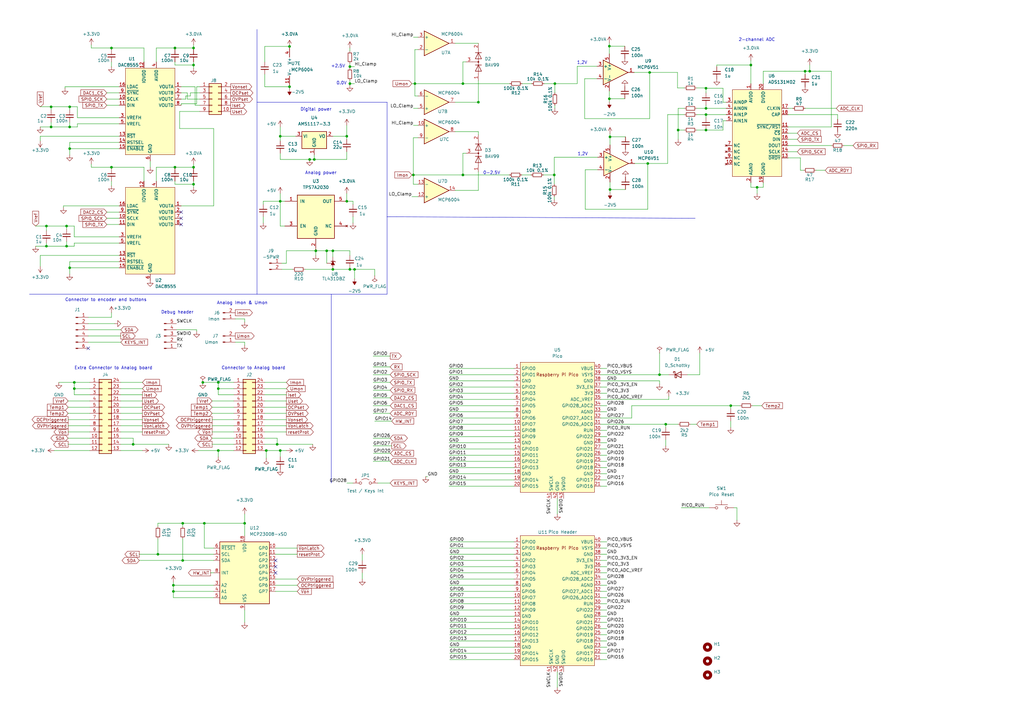
<source format=kicad_sch>
(kicad_sch (version 20230121) (generator eeschema)
  (paper "A3")
  (title_block (title "EL-Load-Digital v${VERSION}") (date "2023-07-07") (rev "${VERSION}-${PCBVERSION}"))
  (junction (at 28.575 43.815))
  (junction (at 89.535 156.845))
  (junction (at 45.72 68.58))
  (junction (at 30.48 156.845))
  (junction (at 227.33 71.755))
  (junction (at 143.51 34.29))
  (junction (at 265.684 67.056))
  (junction (at 71.12 240.03))
  (junction (at 136.525 110.49))
  (junction (at 71.755 68.58))
  (junction (at 20.955 43.815))
  (junction (at 307.975 26.67))
  (junction (at 278.13 53.34))
  (junction (at 27.305 100.965))
  (junction (at 79.375 75.565))
  (junction (at 249.936 18.923))
  (junction (at 128.905 65.405))
  (junction (at 330.2 29.21))
  (junction (at 142.24 55.88))
  (junction (at 189.865 71.755))
  (junction (at 28.575 60.96))
  (junction (at 114.935 184.785))
  (junction (at 109.22 184.785))
  (junction (at 170.18 34.29))
  (junction (at 289.56 36.195))
  (junction (at 250.19 56.134))
  (junction (at 79.375 26.67))
  (junction (at 289.56 44.45))
  (junction (at 74.93 214.63))
  (junction (at 114.935 82.55))
  (junction (at 266.446 29.718))
  (junction (at 169.545 71.755))
  (junction (at 28.575 109.855))
  (junction (at 83.185 156.845))
  (junction (at 332.105 29.21))
  (junction (at 136.525 102.87))
  (junction (at 89.535 184.785))
  (junction (at 71.755 19.685))
  (junction (at 145.415 110.49))
  (junction (at 19.05 100.965))
  (junction (at 129.54 102.87))
  (junction (at 28.575 52.07))
  (junction (at 118.745 35.56))
  (junction (at 64.77 227.33))
  (junction (at 19.05 92.71))
  (junction (at 100.33 214.63))
  (junction (at 20.955 52.07))
  (junction (at 133.985 102.87))
  (junction (at 118.745 19.05))
  (junction (at 227.584 34.29))
  (junction (at 114.935 55.88))
  (junction (at 79.375 68.58))
  (junction (at 71.12 242.57))
  (junction (at 143.51 27.305))
  (junction (at 79.375 19.685))
  (junction (at 83.82 214.63))
  (junction (at 54.61 182.245))
  (junction (at 113.665 182.245))
  (junction (at 250.19 77.724))
  (junction (at 45.72 19.685))
  (junction (at 143.51 110.49))
  (junction (at 74.93 229.87))
  (junction (at 270.51 153.67))
  (junction (at 189.865 34.29))
  (junction (at 127 65.405))
  (junction (at 310.515 76.835))
  (junction (at 289.56 53.34))
  (junction (at 142.24 82.55))
  (junction (at 273.05 173.99))
  (junction (at 299.72 166.37))
  (junction (at 27.305 92.71))
  (junction (at 30.48 159.385))
  (junction (at 289.56 46.99))
  (junction (at 89.535 159.385))
  (junction (at 196.215 41.91))
  (junction (at 249.936 40.513))
  (no_connect (at 74.295 92.075))
  (no_connect (at 74.295 86.995))
  (no_connect (at 74.295 89.535))
  (no_connect (at 36.195 142.875))
  (no_connect (at 113.03 234.95))
  (no_connect (at 113.03 229.87))
  (no_connect (at 113.03 232.41))
  (wire (pts (xy 45.72 25.4) (xy 45.72 27.305)))
  (wire (pts (xy 115.57 107.95) (xy 117.475 107.95)))
  (wire (pts (xy 36.195 130.175) (xy 45.72 130.175)))
  (wire (pts (xy 144.78 82.55) (xy 144.78 83.82)))
  (wire (pts (xy 76.835 40.64) (xy 81.915 40.64)))
  (wire (pts (xy 27.94 169.545) (xy 36.83 169.545)))
  (wire (pts (xy 79.375 75.565) (xy 79.375 76.835)))
  (wire (pts (xy 83.185 156.845) (xy 89.535 156.845)))
  (wire (pts (xy 246.38 196.85) (xy 248.92 196.85)))
  (wire (pts (xy 89.535 159.385) (xy 95.885 159.385)))
  (wire (pts (xy 37.465 68.58) (xy 37.465 67.31)))
  (wire (pts (xy 153.035 156.845) (xy 160.02 156.845)))
  (wire (pts (xy 114.935 184.785) (xy 114.935 187.325)))
  (wire (pts (xy 277.876 36.068) (xy 277.876 29.718)))
  (wire (pts (xy 30.48 161.925) (xy 36.83 161.925)))
  (wire (pts (xy 153.035 179.705) (xy 160.02 179.705)))
  (wire (pts (xy 153.035 160.02) (xy 160.02 160.02)))
  (wire (pts (xy 87.63 242.57) (xy 71.12 242.57)))
  (wire (pts (xy 26.035 85.09) (xy 26.035 84.455)))
  (wire (pts (xy 107.95 82.55) (xy 107.95 83.82)))
  (wire (pts (xy 246.38 247.65) (xy 248.92 247.65)))
  (wire (pts (xy 117.475 102.87) (xy 129.54 102.87)))
  (wire (pts (xy 184.15 186.69) (xy 210.82 186.69)))
  (wire (pts (xy 19.05 99.695) (xy 19.05 100.965)))
  (wire (pts (xy 196.215 33.02) (xy 196.215 41.91)))
  (wire (pts (xy 81.915 35.56) (xy 80.645 35.56)))
  (wire (pts (xy 184.15 171.45) (xy 210.82 171.45)))
  (wire (pts (xy 191.135 25.4) (xy 189.865 25.4)))
  (wire (pts (xy 86.995 174.625) (xy 95.885 174.625)))
  (wire (pts (xy 86.36 234.95) (xy 87.63 234.95)))
  (wire (pts (xy 36.195 132.715) (xy 46.99 132.715)))
  (wire (pts (xy 48.895 58.42) (xy 28.575 58.42)))
  (wire (pts (xy 27.94 167.005) (xy 36.83 167.005)))
  (wire (pts (xy 310.515 76.835) (xy 310.515 79.375)))
  (wire (pts (xy 71.12 240.03) (xy 71.12 238.76)))
  (wire (pts (xy 89.535 184.785) (xy 89.535 187.325)))
  (wire (pts (xy 19.05 92.71) (xy 27.305 92.71)))
  (wire (pts (xy 239.776 48.641) (xy 239.776 32.258)))
  (wire (pts (xy 246.38 267.97) (xy 248.92 267.97)))
  (wire (pts (xy 300.99 208.28) (xy 302.26 208.28)))
  (wire (pts (xy 273.812 46.99) (xy 273.812 67.056)))
  (wire (pts (xy 289.56 36.195) (xy 289.56 38.1)))
  (wire (pts (xy 244.856 27.178) (xy 236.728 27.178)))
  (wire (pts (xy 227.33 64.516) (xy 245.11 64.516)))
  (wire (pts (xy 59.055 19.685) (xy 45.72 19.685)))
  (wire (pts (xy 246.38 153.67) (xy 270.51 153.67)))
  (wire (pts (xy 48.895 48.26) (xy 31.75 48.26)))
  (wire (pts (xy 43.815 40.64) (xy 48.895 40.64)))
  (wire (pts (xy 332.105 29.21) (xy 330.2 29.21)))
  (wire (pts (xy 153.035 163.195) (xy 160.02 163.195)))
  (wire (pts (xy 184.15 173.99) (xy 210.82 173.99)))
  (wire (pts (xy 71.755 19.685) (xy 71.755 20.32)))
  (wire (pts (xy 330.2 44.45) (xy 343.027 44.45)))
  (wire (pts (xy 71.755 68.58) (xy 64.135 68.58)))
  (polyline (pts (xy 158.75 41.91) (xy 105.41 41.91)))
  (wire (pts (xy 246.38 227.33) (xy 248.92 227.33)))
  (wire (pts (xy 184.15 196.85) (xy 210.82 196.85)))
  (wire (pts (xy 184.404 240.03) (xy 210.82 240.03)))
  (wire (pts (xy 143.51 104.775) (xy 143.51 102.87)))
  (wire (pts (xy 108.585 182.245) (xy 113.665 182.245)))
  (wire (pts (xy 143.51 34.29) (xy 143.51 34.925)))
  (wire (pts (xy 100.33 250.19) (xy 100.33 255.27)))
  (wire (pts (xy 30.48 159.385) (xy 30.48 161.925)))
  (wire (pts (xy 49.53 177.165) (xy 58.42 177.165)))
  (wire (pts (xy 16.51 104.775) (xy 16.51 109.22)))
  (wire (pts (xy 323.215 44.45) (xy 325.12 44.45)))
  (wire (pts (xy 153.035 169.545) (xy 160.02 169.545)))
  (wire (pts (xy 246.38 222.25) (xy 248.92 222.25)))
  (wire (pts (xy 270.51 156.21) (xy 246.38 156.21)))
  (wire (pts (xy 114.935 55.88) (xy 121.285 55.88)))
  (wire (pts (xy 143.51 109.855) (xy 143.51 110.49)))
  (wire (pts (xy 236.728 34.29) (xy 227.584 34.29)))
  (wire (pts (xy 57.15 229.87) (xy 74.93 229.87)))
  (wire (pts (xy 143.51 19.685) (xy 143.51 20.955)))
  (wire (pts (xy 171.45 75.565) (xy 169.545 75.565)))
  (wire (pts (xy 116.84 92.71) (xy 114.935 92.71)))
  (wire (pts (xy 250.19 56.134) (xy 250.19 59.436)))
  (wire (pts (xy 184.15 194.31) (xy 210.82 194.31)))
  (wire (pts (xy 78.105 38.1) (xy 78.105 39.37)))
  (wire (pts (xy 169.545 56.515) (xy 169.545 71.755)))
  (wire (pts (xy 142.24 51.435) (xy 142.24 55.88)))
  (wire (pts (xy 285.75 36.068) (xy 289.56 36.068)))
  (wire (pts (xy 37.465 19.685) (xy 37.465 18.415)))
  (wire (pts (xy 246.38 245.11) (xy 248.92 245.11)))
  (wire (pts (xy 169.545 75.565) (xy 169.545 71.755)))
  (wire (pts (xy 86.995 169.545) (xy 95.885 169.545)))
  (wire (pts (xy 133.985 102.87) (xy 129.54 102.87)))
  (wire (pts (xy 36.195 140.335) (xy 49.53 140.335)))
  (wire (pts (xy 323.215 62.23) (xy 327.025 62.23)))
  (wire (pts (xy 118.745 35.56) (xy 108.585 35.56)))
  (wire (pts (xy 45.72 19.685) (xy 37.465 19.685)))
  (wire (pts (xy 186.69 41.91) (xy 196.215 41.91)))
  (wire (pts (xy 240.03 69.596) (xy 240.03 85.852)))
  (wire (pts (xy 45.72 128.27) (xy 45.72 130.175)))
  (wire (pts (xy 239.776 32.258) (xy 244.856 32.258)))
  (wire (pts (xy 30.48 159.385) (xy 36.83 159.385)))
  (wire (pts (xy 246.38 234.95) (xy 248.92 234.95)))
  (wire (pts (xy 285.75 53.34) (xy 289.56 53.34)))
  (wire (pts (xy 249.936 18.923) (xy 249.936 22.098)))
  (wire (pts (xy 27.305 99.06) (xy 27.305 100.965)))
  (wire (pts (xy 184.404 257.81) (xy 210.82 257.81)))
  (wire (pts (xy 80.01 35.56) (xy 80.01 43.18)))
  (wire (pts (xy 143.51 26.035) (xy 143.51 27.305)))
  (wire (pts (xy 79.375 68.58) (xy 79.375 69.215)))
  (wire (pts (xy 153.035 146.05) (xy 160.02 146.05)))
  (wire (pts (xy 246.38 232.41) (xy 248.92 232.41)))
  (wire (pts (xy 289.56 43.18) (xy 289.56 44.45)))
  (wire (pts (xy 72.39 135.255) (xy 80.645 135.255)))
  (wire (pts (xy 108.585 177.165) (xy 117.475 177.165)))
  (wire (pts (xy 170.18 34.29) (xy 189.865 34.29)))
  (wire (pts (xy 246.38 171.45) (xy 259.08 171.45)))
  (wire (pts (xy 113.665 182.245) (xy 128.27 182.245)))
  (wire (pts (xy 74.295 84.455) (xy 87.63 84.455)))
  (polyline (pts (xy 135.89 120.65) (xy 135.89 198.12)))
  (wire (pts (xy 184.404 232.41) (xy 210.82 232.41)))
  (wire (pts (xy 113.03 240.03) (xy 121.92 240.03)))
  (wire (pts (xy 81.28 184.785) (xy 89.535 184.785)))
  (wire (pts (xy 27.94 164.465) (xy 36.83 164.465)))
  (wire (pts (xy 16.51 43.815) (xy 20.955 43.815)))
  (wire (pts (xy 116.84 82.55) (xy 114.935 82.55)))
  (wire (pts (xy 79.375 26.67) (xy 79.375 25.4)))
  (wire (pts (xy 86.995 182.245) (xy 95.885 182.245)))
  (wire (pts (xy 113.03 242.57) (xy 121.92 242.57)))
  (wire (pts (xy 246.38 173.99) (xy 273.05 173.99)))
  (wire (pts (xy 143.51 110.49) (xy 145.415 110.49)))
  (wire (pts (xy 27.305 92.71) (xy 27.305 93.98)))
  (wire (pts (xy 294.005 26.67) (xy 294.005 27.305)))
  (wire (pts (xy 266.446 29.718) (xy 266.446 48.641)))
  (wire (pts (xy 27.94 182.245) (xy 36.83 182.245)))
  (wire (pts (xy 184.404 260.35) (xy 210.82 260.35)))
  (wire (pts (xy 270.51 144.78) (xy 270.51 153.67)))
  (wire (pts (xy 227.33 71.755) (xy 227.33 75.565)))
  (wire (pts (xy 49.53 172.085) (xy 58.42 172.085)))
  (wire (pts (xy 246.38 229.87) (xy 248.92 229.87)))
  (wire (pts (xy 64.77 215.9) (xy 64.77 214.63)))
  (wire (pts (xy 30.48 97.155) (xy 30.48 92.71)))
  (wire (pts (xy 186.69 53.975) (xy 196.215 53.975)))
  (wire (pts (xy 153.035 189.23) (xy 160.02 189.23)))
  (wire (pts (xy 170.18 20.32) (xy 170.18 34.29)))
  (wire (pts (xy 184.404 267.97) (xy 210.82 267.97)))
  (wire (pts (xy 196.215 41.91) (xy 196.2404 41.91)))
  (wire (pts (xy 171.45 39.37) (xy 170.18 39.37)))
  (wire (pts (xy 145.415 114.3) (xy 145.415 110.49)))
  (wire (pts (xy 20.955 43.815) (xy 28.575 43.815)))
  (wire (pts (xy 184.15 199.39) (xy 210.82 199.39)))
  (wire (pts (xy 168.91 71.755) (xy 169.545 71.755)))
  (wire (pts (xy 49.53 159.385) (xy 58.42 159.385)))
  (wire (pts (xy 184.15 166.37) (xy 210.82 166.37)))
  (wire (pts (xy 87.63 224.79) (xy 83.82 224.79)))
  (wire (pts (xy 57.15 227.33) (xy 64.77 227.33)))
  (wire (pts (xy 54.61 182.245) (xy 69.215 182.245)))
  (wire (pts (xy 184.15 163.83) (xy 210.82 163.83)))
  (wire (pts (xy 79.375 19.685) (xy 79.375 20.32)))
  (wire (pts (xy 108.585 172.085) (xy 117.475 172.085)))
  (wire (pts (xy 273.812 67.056) (xy 265.684 67.056)))
  (wire (pts (xy 184.404 242.57) (xy 210.82 242.57)))
  (wire (pts (xy 109.22 184.785) (xy 109.22 187.96)))
  (wire (pts (xy 189.865 71.755) (xy 208.915 71.755)))
  (wire (pts (xy 307.975 26.67) (xy 294.005 26.67)))
  (wire (pts (xy 80.645 135.255) (xy 80.645 135.89)))
  (wire (pts (xy 71.755 74.295) (xy 71.755 75.565)))
  (wire (pts (xy 114.935 52.07) (xy 114.935 55.88)))
  (polyline (pts (xy 158.75 88.9) (xy 158.75 41.91)))
  (wire (pts (xy 49.53 167.005) (xy 58.42 167.005)))
  (wire (pts (xy 246.38 257.81) (xy 248.92 257.81)))
  (wire (pts (xy 227.33 80.645) (xy 227.33 81.915)))
  (wire (pts (xy 246.38 260.35) (xy 248.92 260.35)))
  (wire (pts (xy 236.728 27.178) (xy 236.728 34.29)))
  (wire (pts (xy 227.584 43.18) (xy 227.584 44.45)))
  (wire (pts (xy 108.585 164.465) (xy 117.475 164.465)))
  (wire (pts (xy 27.94 174.625) (xy 36.83 174.625)))
  (wire (pts (xy 87.63 240.03) (xy 71.12 240.03)))
  (wire (pts (xy 27.94 177.165) (xy 36.83 177.165)))
  (wire (pts (xy 19.05 100.965) (xy 27.305 100.965)))
  (wire (pts (xy 171.45 56.515) (xy 169.545 56.515)))
  (wire (pts (xy 45.72 68.58) (xy 45.72 69.215)))
  (wire (pts (xy 142.24 65.405) (xy 142.24 62.23)))
  (wire (pts (xy 80.645 35.56) (xy 80.645 42.545)))
  (wire (pts (xy 153.035 182.88) (xy 160.655 182.88)))
  (wire (pts (xy 296.545 49.53) (xy 297.815 49.53)))
  (wire (pts (xy 76.2 39.37) (xy 76.2 40.64)))
  (wire (pts (xy 74.93 229.87) (xy 87.63 229.87)))
  (wire (pts (xy 19.05 94.615) (xy 19.05 92.71)))
  (wire (pts (xy 281.94 153.67) (xy 287.02 153.67)))
  (wire (pts (xy 143.51 33.02) (xy 143.51 34.29)))
  (wire (pts (xy 64.77 227.33) (xy 87.63 227.33)))
  (wire (pts (xy 74.93 220.98) (xy 74.93 229.87)))
  (wire (pts (xy 59.055 74.295) (xy 59.055 68.58)))
  (wire (pts (xy 228.6 204.47) (xy 228.6 210.82)))
  (wire (pts (xy 184.404 237.49) (xy 210.82 237.49)))
  (wire (pts (xy 171.45 20.32) (xy 170.18 20.32)))
  (wire (pts (xy 246.38 189.23) (xy 248.92 189.23)))
  (wire (pts (xy 100.33 214.63) (xy 100.33 219.71)))
  (wire (pts (xy 168.91 80.645) (xy 171.45 80.645)))
  (wire (pts (xy 74.295 38.1) (xy 76.835 38.1)))
  (wire (pts (xy 89.535 161.925) (xy 95.885 161.925)))
  (wire (pts (xy 169.545 51.435) (xy 171.45 51.435)))
  (wire (pts (xy 31.75 50.8) (xy 31.75 52.07)))
  (wire (pts (xy 346.075 59.69) (xy 349.885 59.69)))
  (wire (pts (xy 49.53 174.625) (xy 58.42 174.625)))
  (wire (pts (xy 196.215 70.485) (xy 196.215 78.105)))
  (wire (pts (xy 184.404 270.51) (xy 210.82 270.51)))
  (wire (pts (xy 118.745 34.925) (xy 118.745 35.56)))
  (wire (pts (xy 246.38 194.31) (xy 248.92 194.31)))
  (wire (pts (xy 153.035 166.37) (xy 160.02 166.37)))
  (wire (pts (xy 27.94 179.705) (xy 36.83 179.705)))
  (wire (pts (xy 278.13 173.99) (xy 273.05 173.99)))
  (wire (pts (xy 143.51 110.49) (xy 136.525 110.49)))
  (wire (pts (xy 80.01 43.18) (xy 81.915 43.18)))
  (wire (pts (xy 114.935 65.405) (xy 127 65.405)))
  (wire (pts (xy 246.38 151.13) (xy 248.92 151.13)))
  (wire (pts (xy 260.35 67.056) (xy 265.684 67.056)))
  (wire (pts (xy 108.585 169.545) (xy 117.475 169.545)))
  (wire (pts (xy 74.93 214.63) (xy 74.93 215.9)))
  (wire (pts (xy 289.56 36.068) (xy 289.56 36.195)))
  (wire (pts (xy 189.865 25.4) (xy 189.865 34.29)))
  (wire (pts (xy 184.15 153.67) (xy 210.82 153.67)))
  (wire (pts (xy 153.162 185.928) (xy 160.147 185.928)))
  (wire (pts (xy 250.19 54.864) (xy 250.19 56.134)))
  (wire (pts (xy 16.51 57.785) (xy 16.51 55.88)))
  (wire (pts (xy 184.15 158.75) (xy 210.82 158.75)))
  (wire (pts (xy 117.475 107.95) (xy 117.475 102.87)))
  (wire (pts (xy 145.415 110.49) (xy 153.67 110.49)))
  (wire (pts (xy 49.53 182.245) (xy 54.61 182.245)))
  (wire (pts (xy 259.08 166.37) (xy 259.08 171.45)))
  (wire (pts (xy 118.745 19.05) (xy 118.745 19.685)))
  (wire (pts (xy 273.05 180.34) (xy 273.05 182.88)))
  (wire (pts (xy 31.75 43.815) (xy 28.575 43.815)))
  (wire (pts (xy 64.135 68.58) (xy 64.135 74.295)))
  (wire (pts (xy 113.03 224.79) (xy 121.92 224.79)))
  (wire (pts (xy 64.77 220.98) (xy 64.77 227.33)))
  (wire (pts (xy 86.995 164.465) (xy 95.885 164.465)))
  (wire (pts (xy 24.13 156.845) (xy 30.48 156.845)))
  (wire (pts (xy 36.83 156.845) (xy 30.48 156.845)))
  (wire (pts (xy 143.51 27.305) (xy 145.415 27.305)))
  (wire (pts (xy 153.67 172.72) (xy 160.655 172.72)))
  (wire (pts (xy 142.24 82.55) (xy 144.78 82.55)))
  (wire (pts (xy 170.18 39.37) (xy 170.18 34.29)))
  (wire (pts (xy 108.585 159.385) (xy 117.475 159.385)))
  (wire (pts (xy 246.38 199.39) (xy 248.92 199.39)))
  (wire (pts (xy 168.91 34.29) (xy 170.18 34.29)))
  (wire (pts (xy 71.12 242.57) (xy 71.12 240.03)))
  (wire (pts (xy 246.38 161.29) (xy 248.92 161.29)))
  (wire (pts (xy 184.404 250.19) (xy 210.82 250.19)))
  (wire (pts (xy 279.4 208.28) (xy 290.83 208.28)))
  (wire (pts (xy 289.56 44.45) (xy 297.815 44.45)))
  (wire (pts (xy 118.745 19.05) (xy 108.585 19.05)))
  (wire (pts (xy 48.895 109.855) (xy 28.575 109.855)))
  (wire (pts (xy 174.625 195.453) (xy 175.387 195.453)))
  (wire (pts (xy 113.03 237.49) (xy 121.92 237.49)))
  (wire (pts (xy 28.575 60.96) (xy 28.575 63.5)))
  (wire (pts (xy 49.53 161.925) (xy 58.42 161.925)))
  (wire (pts (xy 71.12 245.11) (xy 71.12 242.57)))
  (wire (pts (xy 287.02 153.67) (xy 287.02 144.78)))
  (wire (pts (xy 73.66 45.72) (xy 81.915 45.72)))
  (wire (pts (xy 128.905 65.405) (xy 142.24 65.405)))
  (wire (pts (xy 79.375 67.31) (xy 79.375 68.58)))
  (wire (pts (xy 266.446 48.641) (xy 239.776 48.641)))
  (wire (pts (xy 246.38 168.91) (xy 248.92 168.91)))
  (wire (pts (xy 136.525 55.88) (xy 142.24 55.88)))
  (wire (pts (xy 22.225 184.785) (xy 36.83 184.785)))
  (wire (pts (xy 113.03 227.33) (xy 121.92 227.33)))
  (wire (pts (xy 96.52 140.335) (xy 100.33 140.335)))
  (wire (pts (xy 143.51 102.87) (xy 136.525 102.87)))
  (wire (pts (xy 108.585 161.925) (xy 117.475 161.925)))
  (wire (pts (xy 184.404 234.95) (xy 210.82 234.95)))
  (wire (pts (xy 184.15 168.91) (xy 210.82 168.91)))
  (wire (pts (xy 184.404 255.27) (xy 210.82 255.27)))
  (wire (pts (xy 79.375 68.58) (xy 71.755 68.58)))
  (wire (pts (xy 246.38 158.75) (xy 248.92 158.75)))
  (wire (pts (xy 125.095 110.49) (xy 136.525 110.49)))
  (wire (pts (xy 95.885 156.845) (xy 89.535 156.845)))
  (wire (pts (xy 87.63 52.705) (xy 87.63 84.455)))
  (wire (pts (xy 169.545 71.755) (xy 189.865 71.755)))
  (wire (pts (xy 323.215 59.69) (xy 340.995 59.69)))
  (wire (pts (xy 299.72 166.37) (xy 259.08 166.37)))
  (wire (pts (xy 71.755 25.4) (xy 71.755 26.67)))
  (wire (pts (xy 83.82 214.63) (xy 100.33 214.63)))
  (wire (pts (xy 340.995 52.07) (xy 340.995 29.21)))
  (wire (pts (xy 64.77 214.63) (xy 74.93 214.63)))
  (wire (pts (xy 89.535 156.845) (xy 89.535 159.385)))
  (wire (pts (xy 249.936 37.338) (xy 249.936 40.513)))
  (wire (pts (xy 43.815 43.18) (xy 48.895 43.18)))
  (wire (pts (xy 246.38 237.49) (xy 248.92 237.49)))
  (wire (pts (xy 184.15 191.77) (xy 210.82 191.77)))
  (wire (pts (xy 89.535 184.785) (xy 95.885 184.785)))
  (wire (pts (xy 136.525 105.41) (xy 136.525 102.87)))
  (wire (pts (xy 30.48 99.695) (xy 48.895 99.695)))
  (wire (pts (xy 184.15 176.53) (xy 210.82 176.53)))
  (wire (pts (xy 196.215 53.975) (xy 196.215 55.245)))
  (wire (pts (xy 127 65.405) (xy 128.905 65.405)))
  (wire (pts (xy 228.6 275.59) (xy 228.6 281.94)))
  (wire (pts (xy 79.375 75.565) (xy 79.375 74.295)))
  (wire (pts (xy 184.404 224.79) (xy 210.82 224.79)))
  (wire (pts (xy 31.75 52.07) (xy 28.575 52.07)))
  (wire (pts (xy 169.545 44.45) (xy 171.45 44.45)))
  (wire (pts (xy 246.38 240.03) (xy 248.92 240.03)))
  (wire (pts (xy 79.375 19.685) (xy 71.755 19.685)))
  (wire (pts (xy 332.105 29.21) (xy 340.995 29.21)))
  (wire (pts (xy 328.295 64.77) (xy 328.295 69.85)))
  (wire (pts (xy 107.95 82.55) (xy 114.935 82.55)))
  (wire (pts (xy 307.975 24.765) (xy 307.975 26.67)))
  (wire (pts (xy 222.885 71.755) (xy 227.33 71.755)))
  (wire (pts (xy 186.69 17.78) (xy 196.215 17.78)))
  (wire (pts (xy 189.865 34.29) (xy 209.042 34.29)))
  (wire (pts (xy 307.975 26.67) (xy 307.975 34.29)))
  (wire (pts (xy 280.67 53.34) (xy 278.13 53.34)))
  (wire (pts (xy 250.19 77.724) (xy 250.19 78.994)))
  (wire (pts (xy 71.755 19.685) (xy 64.135 19.685)))
  (wire (pts (xy 114.935 92.71) (xy 114.935 82.55)))
  (wire (pts (xy 246.38 270.51) (xy 248.92 270.51)))
  (wire (pts (xy 296.545 41.91) (xy 297.815 41.91)))
  (wire (pts (xy 143.51 34.29) (xy 145.415 34.29)))
  (wire (pts (xy 313.055 29.21) (xy 313.055 34.29)))
  (wire (pts (xy 246.38 265.43) (xy 248.92 265.43)))
  (wire (pts (xy 100.33 210.82) (xy 100.33 214.63)))
  (wire (pts (xy 30.48 92.71) (xy 27.305 92.71)))
  (wire (pts (xy 256.286 18.923) (xy 249.936 18.923)))
  (wire (pts (xy 86.995 167.005) (xy 95.885 167.005)))
  (wire (pts (xy 323.215 64.77) (xy 328.295 64.77)))
  (wire (pts (xy 184.404 252.73) (xy 210.82 252.73)))
  (wire (pts (xy 184.404 247.65) (xy 210.82 247.65)))
  (wire (pts (xy 76.835 38.1) (xy 76.835 40.64)))
  (wire (pts (xy 246.38 242.57) (xy 248.92 242.57)))
  (wire (pts (xy 28.575 50.165) (xy 28.575 52.07)))
  (wire (pts (xy 299.72 172.72) (xy 299.72 175.26)))
  (wire (pts (xy 27.94 172.085) (xy 36.83 172.085)))
  (wire (pts (xy 128.905 63.5) (xy 128.905 65.405)))
  (wire (pts (xy 184.15 156.21) (xy 210.82 156.21)))
  (wire (pts (xy 246.38 186.69) (xy 248.92 186.69)))
  (wire (pts (xy 30.48 156.845) (xy 30.48 159.385)))
  (wire (pts (xy 184.404 222.25) (xy 210.82 222.25)))
  (wire (pts (xy 48.895 107.315) (xy 28.575 107.315)))
  (wire (pts (xy 28.575 109.855) (xy 28.575 112.395)))
  (wire (pts (xy 74.295 42.545) (xy 74.295 43.18)))
  (wire (pts (xy 79.375 18.415) (xy 79.375 19.685)))
  (wire (pts (xy 184.15 184.15) (xy 210.82 184.15)))
  (wire (pts (xy 184.404 262.89) (xy 210.82 262.89)))
  (wire (pts (xy 278.13 53.34) (xy 278.13 57.15)))
  (wire (pts (xy 14.605 92.71) (xy 19.05 92.71)))
  (wire (pts (xy 71.755 26.67) (xy 79.375 26.67)))
  (wire (pts (xy 59.055 68.58) (xy 45.72 68.58)))
  (wire (pts (xy 277.876 29.718) (xy 266.446 29.718)))
  (wire (pts (xy 114.935 184.785) (xy 117.475 184.785)))
  (wire (pts (xy 86.995 179.705) (xy 95.885 179.705)))
  (wire (pts (xy 323.215 54.61) (xy 327.025 54.61)))
  (wire (pts (xy 49.53 156.845) (xy 58.42 156.845)))
  (wire (pts (xy 109.22 184.785) (xy 114.935 184.785)))
  (wire (pts (xy 114.935 79.375) (xy 114.935 82.55)))
  (wire (pts (xy 303.53 166.37) (xy 299.72 166.37)))
  (wire (pts (xy 334.645 69.85) (xy 338.455 69.85)))
  (wire (pts (xy 246.38 163.83) (xy 274.32 163.83)))
  (wire (pts (xy 280.67 44.45) (xy 278.13 44.45)))
  (wire (pts (xy 328.295 69.85) (xy 329.565 69.85)))
  (wire (pts (xy 169.545 15.24) (xy 171.45 15.24)))
  (wire (pts (xy 26.67 35.56) (xy 48.895 35.56)))
  (wire (pts (xy 270.51 153.67) (xy 274.32 153.67)))
  (wire (pts (xy 189.865 62.865) (xy 189.865 71.755)))
  (wire (pts (xy 143.51 27.305) (xy 143.51 27.94)))
  (wire (pts (xy 26.67 35.56) (xy 26.67 36.195)))
  (wire (pts (xy 45.72 74.295) (xy 45.72 76.2)))
  (wire (pts (xy 108.585 167.005) (xy 117.475 167.005)))
  (wire (pts (xy 184.15 189.23) (xy 210.82 189.23)))
  (wire (pts (xy 31.75 48.26) (xy 31.75 43.815)))
  (wire (pts (xy 343.535 46.99) (xy 343.535 48.895)))
  (wire (pts (xy 48.895 97.155) (xy 30.48 97.155)))
  (wire (pts (xy 310.515 76.835) (xy 313.055 76.835)))
  (wire (pts (xy 153.035 153.67) (xy 160.02 153.67)))
  (wire (pts (xy 184.15 161.29) (xy 210.82 161.29)))
  (wire (pts (xy 313.055 76.835) (xy 313.055 74.93)))
  (wire (pts (xy 289.56 46.99) (xy 289.56 48.26)))
  (wire (pts (xy 213.995 71.755) (xy 217.805 71.755)))
  (wire (pts (xy 223.139 34.29) (xy 227.584 34.29)))
  (wire (pts (xy 108.585 19.05) (xy 108.585 25.4)))
  (polyline (pts (xy 105.41 120.65) (xy 135.89 120.65)))
  (wire (pts (xy 43.815 86.995) (xy 48.895 86.995)))
  (wire (pts (xy 87.63 245.11) (xy 71.12 245.11)))
  (wire (pts (xy 81.915 38.1) (xy 78.105 38.1)))
  (wire (pts (xy 49.53 169.545) (xy 58.42 169.545)))
  (polyline (pts (xy 158.75 88.9) (xy 158.75 120.65)))
  (wire (pts (xy 246.38 224.79) (xy 248.92 224.79)))
  (wire (pts (xy 20.955 50.165) (xy 20.955 52.07)))
  (wire (pts (xy 43.815 38.1) (xy 48.895 38.1)))
  (wire (pts (xy 108.585 156.845) (xy 117.475 156.845)))
  (wire (pts (xy 115.57 110.49) (xy 120.015 110.49)))
  (wire (pts (xy 184.15 179.07) (xy 210.82 179.07)))
  (wire (pts (xy 323.215 46.99) (xy 343.535 46.99)))
  (wire (pts (xy 246.38 184.15) (xy 248.92 184.15)))
  (wire (pts (xy 71.755 68.58) (xy 71.755 69.215)))
  (wire (pts (xy 307.975 76.835) (xy 310.515 76.835)))
  (wire (pts (xy 154.94 198.12) (xy 160.02 198.12)))
  (wire (pts (xy 265.684 67.056) (xy 265.684 85.852)))
  (wire (pts (xy 308.61 166.37) (xy 312.42 166.37)))
  (wire (pts (xy 28.575 107.315) (xy 28.575 109.855)))
  (wire (pts (xy 107.95 88.9) (xy 107.95 91.44)))
  (wire (pts (xy 86.995 172.085) (xy 95.885 172.085)))
  (wire (pts (xy 133.985 102.87) (xy 133.985 107.95)))
  (wire (pts (xy 108.585 184.785) (xy 109.22 184.785)))
  (wire (pts (xy 323.215 52.07) (xy 340.995 52.07)))
  (wire (pts (xy 26.035 84.455) (xy 48.895 84.455)))
  (wire (pts (xy 14.605 100.965) (xy 19.05 100.965)))
  (wire (pts (xy 45.72 68.58) (xy 37.465 68.58)))
  (polyline (pts (xy 285.115 89.535) (xy 158.75 88.9)))
  (wire (pts (xy 76.2 40.64) (xy 74.295 40.64)))
  (wire (pts (xy 256.54 77.724) (xy 250.19 77.724)))
  (wire (pts (xy 246.38 176.53) (xy 248.92 176.53)))
  (wire (pts (xy 71.755 75.565) (xy 79.375 75.565)))
  (wire (pts (xy 246.38 181.61) (xy 248.92 181.61)))
  (wire (pts (xy 28.575 58.42) (xy 28.575 60.96)))
  (wire (pts (xy 285.75 44.45) (xy 289.56 44.45)))
  (wire (pts (xy 332.105 26.67) (xy 332.105 29.21)))
  (wire (pts (xy 64.135 19.685) (xy 64.135 25.4)))
  (wire (pts (xy 80.645 42.545) (xy 74.295 42.545)))
  (wire (pts (xy 144.78 88.9) (xy 144.78 91.44)))
  (polyline (pts (xy 158.75 120.65) (xy 135.89 120.65)))
  (wire (pts (xy 28.575 43.815) (xy 28.575 45.085)))
  (wire (pts (xy 274.32 163.83) (xy 274.32 162.56)))
  (wire (pts (xy 30.48 99.695) (xy 30.48 100.965)))
  (wire (pts (xy 49.53 184.785) (xy 58.42 184.785)))
  (wire (pts (xy 96.52 130.81) (xy 100.33 130.81)))
  (wire (pts (xy 36.195 137.795) (xy 49.53 137.795)))
  (wire (pts (xy 184.404 265.43) (xy 210.82 265.43)))
  (polyline (pts (xy 12.065 120.65) (xy 105.41 120.65)))
  (wire (pts (xy 246.38 262.89) (xy 248.92 262.89)))
  (wire (pts (xy 214.122 34.29) (xy 218.059 34.29)))
  (wire (pts (xy 31.75 50.8) (xy 48.895 50.8)))
  (wire (pts (xy 280.67 36.068) (xy 277.876 36.068)))
  (wire (pts (xy 136.525 102.87) (xy 133.985 102.87)))
  (wire (pts (xy 30.48 100.965) (xy 27.305 100.965)))
  (wire (pts (xy 273.05 173.99) (xy 273.05 175.26)))
  (wire (pts (xy 43.815 92.075) (xy 48.895 92.075)))
  (wire (pts (xy 246.38 179.07) (xy 248.92 179.07)))
  (wire (pts (xy 74.295 35.56) (xy 80.01 35.56)))
  (wire (pts (xy 246.38 166.37) (xy 248.92 166.37)))
  (wire (pts (xy 16.51 55.88) (xy 48.895 55.88)))
  (wire (pts (xy 142.24 55.88) (xy 142.24 57.15)))
  (wire (pts (xy 250.19 74.676) (xy 250.19 77.724)))
  (wire (pts (xy 265.684 85.852) (xy 240.03 85.852)))
  (wire (pts (xy 285.75 46.99) (xy 289.56 46.99)))
  (wire (pts (xy 108.585 179.705) (xy 113.665 179.705)))
  (wire (pts (xy 227.584 34.29) (xy 227.584 38.1)))
  (wire (pts (xy 280.67 46.99) (xy 273.812 46.99)))
  (wire (pts (xy 260.096 29.718) (xy 266.446 29.718)))
  (wire (pts (xy 16.51 104.775) (xy 48.895 104.775)))
  (wire (pts (xy 100.33 140.335) (xy 100.33 141.605)))
  (wire (pts (xy 240.03 69.596) (xy 245.11 69.596)))
  (wire (pts (xy 323.215 57.15) (xy 327.025 57.15)))
  (wire (pts (xy 89.535 159.385) (xy 89.535 161.925)))
  (wire (pts (xy 83.82 224.79) (xy 83.82 214.63)))
  (wire (pts (xy 108.585 174.625) (xy 117.475 174.625)))
  (wire (pts (xy 289.56 46.99) (xy 297.815 46.99)))
  (wire (pts (xy 299.72 166.37) (xy 299.72 167.64)))
  (wire (pts (xy 289.56 53.34) (xy 296.545 53.34)))
  (wire (pts (xy 296.545 36.195) (xy 296.545 41.91)))
  (wire (pts (xy 246.38 255.27) (xy 248.92 255.27)))
  (wire (pts (xy 278.13 44.45) (xy 278.13 53.34)))
  (wire (pts (xy 246.38 250.19) (xy 248.92 250.19)))
  (wire (pts (xy 256.286 40.513) (xy 249.936 40.513)))
  (wire (pts (xy 302.26 208.28) (xy 302.26 213.36)))
  (wire (pts (xy 307.975 74.93) (xy 307.975 76.835)))
  (wire (pts (xy 249.936 40.513) (xy 249.936 41.783)))
  (wire (pts (xy 54.61 179.705) (xy 54.61 182.245)))
  (wire (pts (xy 246.38 191.77) (xy 248.92 191.77)))
  (wire (pts (xy 79.375 26.67) (xy 79.375 27.94)))
  (wire (pts (xy 73.66 52.705) (xy 87.63 52.705)))
  (wire (pts (xy 78.105 39.37) (xy 76.2 39.37)))
  (wire (pts (xy 36.195 135.255) (xy 49.53 135.255)))
  (wire (pts (xy 59.055 25.4) (xy 59.055 19.685)))
  (wire (pts (xy 49.53 164.465) (xy 58.42 164.465)))
  (wire (pts (xy 16.51 52.07) (xy 20.955 52.07)))
  (wire (pts (xy 148.59 227.33) (xy 148.59 229.87)))
  (wire (pts (xy 249.936 18.923) (xy 249.936 17.653)))
  (wire (pts (xy 114.935 55.88) (xy 114.935 57.785)))
  (wire (pts (xy 153.67 113.03) (xy 153.67 110.49)))
  (wire (pts (xy 330.2 29.21) (xy 330.2 30.48)))
  (wire (pts (xy 330.2 29.21) (xy 313.055 29.21)))
  (wire (pts (xy 74.93 214.63) (xy 83.82 214.63)))
  (wire (pts (xy 73.66 45.72) (xy 73.66 52.705)))
  (wire (pts (xy 184.404 227.33) (xy 210.82 227.33)))
  (wire (pts (xy 86.995 177.165) (xy 95.885 177.165)))
  (wire (pts (xy 49.53 179.705) (xy 54.61 179.705)))
  (polyline (pts (xy 105.41 12.065) (xy 105.41 120.65)))
  (wire (pts (xy 113.665 179.705) (xy 113.665 182.245)))
  (wire (pts (xy 61.595 66.04) (xy 61.595 68.58)))
  (wire (pts (xy 246.38 252.73) (xy 248.92 252.73)))
  (wire (pts (xy 20.955 43.815) (xy 20.955 45.085)))
  (wire (pts (xy 45.72 19.685) (xy 45.72 20.32)))
  (wire (pts (xy 108.585 35.56) (xy 108.585 30.48)))
  (wire (pts (xy 184.404 229.87) (xy 210.82 229.87)))
  (wire (pts (xy 270.51 157.48) (xy 270.51 156.21)))
  (wire (pts (xy 296.545 53.34) (xy 296.545 49.53)))
  (wire (pts (xy 283.21 173.99) (xy 285.75 173.99)))
  (wire (pts (xy 191.135 62.865) (xy 189.865 62.865)))
  (wire (pts (xy 227.33 64.516) (xy 227.33 71.755)))
  (wire (pts (xy 148.59 234.95) (xy 148.59 237.49)))
  (wire (pts (xy 289.56 36.195) (xy 296.545 36.195)))
  (wire (pts (xy 114.935 62.865) (xy 114.935 65.405)))
  (wire (pts (xy 256.54 56.134) (xy 250.19 56.134)))
  (wire (pts (xy 153.035 150.495) (xy 160.02 150.495)))
  (wire (pts (xy 43.815 89.535) (xy 48.895 89.535)))
  (wire (pts (xy 142.24 198.12) (xy 144.78 198.12)))
  (wire (pts (xy 20.955 52.07) (xy 28.575 52.07)))
  (wire (pts (xy 184.404 245.11) (xy 210.82 245.11)))
  (wire (pts (xy 184.15 181.61) (xy 210.82 181.61)))
  (wire (pts (xy 184.15 151.13) (xy 210.82 151.13)))
  (wire (pts (xy 196.215 78.105) (xy 186.69 78.105)))
  (wire (pts (xy 48.895 60.96) (xy 28.575 60.96)))
  (wire (pts (xy 100.33 130.81) (xy 100.33 132.08)))
  (wire (pts (xy 142.24 79.375) (xy 142.24 82.55)))
  (wire (pts (xy 129.54 102.87) (xy 129.54 104.775)))
  (wire (pts (xy 118.745 35.56) (xy 118.745 36.449)))
  (text "0.0V" (at 142.24 34.925 0) (effects (font (size 1.27 1.27)) (justify right bottom)))
  (text "Digital power\n" (at 123.19 45.72 0) (effects (font (size 1.27 1.27)) (justify left bottom)))
  (text "Connector to encoder and buttons" (at 26.67 123.825 0) (effects (font (size 1.27 1.27)) (justify left bottom)))
  (text "Debug header" (at 66.04 128.905 0) (effects (font (size 1.27 1.27)) (justify left bottom)))
  (text "Analog power" (at 125.095 71.755 0) (effects (font (size 1.27 1.27)) (justify left bottom)))
  (text "0-2,5V" (at 198.12 71.755 0) (effects (font (size 1.27 1.27)) (justify left bottom)))
  (text "+2.5V" (at 141.605 27.94 0) (effects (font (size 1.27 1.27)) (justify right bottom)))
  (text "2-channel ADC" (at 302.895 17.145 0) (effects (font (size 1.27 1.27)) (justify left bottom)))
  (text "Analog Imon & Umon" (at 88.9 125.095 0) (effects (font (size 1.27 1.27)) (justify left bottom)))
  (text "Extra Connector to Analog board" (at 30.48 151.765 0) (effects (font (size 1.27 1.27)) (justify left bottom)))
  (text "1,2V" (at 236.855 64.008 0) (effects (font (size 1.27 1.27)) (justify left bottom)))
  (text "Connector to Analog board" (at 90.805 151.765 0) (effects (font (size 1.27 1.27)) (justify left bottom)))
  (text "1,2V" (at 236.601 26.543 0) (effects (font (size 1.27 1.27)) (justify left bottom)))
  (label "GPIO6" (at 153.035 166.37 0))
  (label "GPIO18" (at 248.92 191.77 0))
  (label "GPIO13" (at 184.404 262.89 0))
  (label "GPIO10" (at 184.404 255.27 0))
  (label "GND" (at 184.15 156.21 0))
  (label "GPIO22" (at 248.92 179.07 0))
  (label "GPIO14" (at 184.15 196.85 0))
  (label "GPIO8" (at 184.404 247.65 0))
  (label "GPIO6" (at 184.404 242.57 0))
  (label "GPIO26" (at 248.92 173.99 0))
  (label "GPIO27" (at 248.92 242.57 0))
  (label "GPIO8" (at 184.15 176.53 0))
  (label "GPIO4" (at 184.15 163.83 0))
  (label "HI_Clamp" (at 145.415 27.305 0))
  (label "RX" (at 72.39 140.335 0))
  (label "GND" (at 184.404 265.43 0))
  (label "SWCLK" (at 226.06 204.47 270))
  (label "GPIO3" (at 153.035 156.845 0))
  (label "GPIO3" (at 184.15 161.29 0))
  (label "GND" (at 184.15 194.31 0))
  (label "GPIO2" (at 184.15 158.75 0))
  (label "PICO_3V3" (at 248.92 232.41 0))
  (label "GPIO15" (at 184.15 199.39 0))
  (label "GPIO7" (at 153.035 169.545 0))
  (label "SWDIO" (at 72.39 137.795 0))
  (label "GPIO21" (at 153.035 189.23 0))
  (label "GPIO28" (at 142.24 198.12 180))
  (label "GPIO9" (at 184.404 250.19 0))
  (label "GPIO2" (at 184.404 229.87 0))
  (label "GPIO1" (at 184.15 153.67 0))
  (label "PICO_RUN" (at 248.92 176.53 0))
  (label "GPIO28" (at 248.92 166.37 0))
  (label "PICO_VBUS" (at 248.92 151.13 0))
  (label "PICO_VSYS" (at 248.92 153.67 0))
  (label "GND" (at 248.92 265.43 0))
  (label "GPIO11" (at 184.404 257.81 0))
  (label "GPIO16" (at 248.92 199.39 0))
  (label "GPIO12" (at 184.15 189.23 0))
  (label "GPIO18" (at 248.92 262.89 0))
  (label "GPIO14" (at 184.404 267.97 0))
  (label "GPIO20" (at 248.92 186.69 0))
  (label "PICO_RUN" (at 248.92 247.65 0))
  (label "LO_Clamp" (at 168.91 80.645 180))
  (label "GND" (at 175.387 195.453 0))
  (label "GPIO13" (at 184.15 191.77 0))
  (label "GND" (at 248.92 181.61 0))
  (label "GPIO21" (at 248.92 184.15 0))
  (label "PICO_ADC_VREF" (at 248.92 163.83 0))
  (label "LO_Clamp" (at 169.545 44.45 180))
  (label "GND" (at 248.92 194.31 0))
  (label "SWCLK" (at 226.06 275.59 270))
  (label "GPIO26" (at 248.92 245.11 0))
  (label "GPIO20" (at 153.162 185.928 0))
  (label "GPIO0" (at 184.404 222.25 0))
  (label "SWDIO" (at 231.14 204.47 270))
  (label "GPIO3" (at 184.404 232.41 0))
  (label "GPIO19" (at 248.92 189.23 0))
  (label "GND" (at 248.92 252.73 0))
  (label "GPIO15" (at 184.404 270.51 0))
  (label "PICO_VBUS" (at 248.92 222.25 0))
  (label "GPIO20" (at 248.92 257.81 0))
  (label "GPIO17" (at 248.92 196.85 0))
  (label "SWDIO" (at 231.14 275.59 270))
  (label "GPIO14" (at 153.67 172.72 0))
  (label "GND" (at 248.92 168.91 0))
  (label "PICO_3V3_EN" (at 248.92 158.75 0))
  (label "GND" (at 248.92 156.21 0))
  (label "GND" (at 184.404 227.33 0))
  (label "GPIO5" (at 184.15 166.37 0))
  (label "GPIO4" (at 153.035 160.02 0))
  (label "GPIO10" (at 184.15 184.15 0))
  (label "SWCLK" (at 72.39 132.715 0))
  (label "GPIO9" (at 184.15 179.07 0))
  (label "GPIO11" (at 184.15 186.69 0))
  (label "GPIO1" (at 153.035 150.495 0))
  (label "GND" (at 248.92 240.03 0))
  (label "TX" (at 72.39 142.875 0))
  (label "GPIO2" (at 153.035 153.67 0))
  (label "HI_Clamp" (at 169.545 51.435 180))
  (label "GPIO5" (at 153.035 163.195 0))
  (label "GPIO19" (at 248.92 260.35 0))
  (label "GPIO26" (at 153.035 179.705 0))
  (label "PICO_3V3" (at 248.92 161.29 0))
  (label "GPIO1" (at 184.404 224.79 0))
  (label "GPIO27" (at 153.035 182.88 0))
  (label "GPIO16" (at 248.92 270.51 0))
  (label "GND" (at 248.92 227.33 0))
  (label "GPIO6" (at 184.15 171.45 0))
  (label "GPIO22" (at 248.92 250.19 0))
  (label "GND" (at 184.15 181.61 0))
  (label "GPIO4" (at 184.404 234.95 0))
  (label "GPIO28" (at 248.92 237.49 0))
  (label "PICO_3V3_EN" (at 248.92 229.87 0))
  (label "LO_Clamp" (at 145.415 34.29 0))
  (label "GPIO12" (at 184.404 260.35 0))
  (label "GPIO7" (at 184.404 245.11 0))
  (label "GND" (at 184.15 168.91 0))
  (label "GPIO7" (at 184.15 173.99 0))
  (label "GPIO27" (at 248.92 171.45 0))
  (label "GND" (at 184.404 252.73 0))
  (label "GND" (at 184.404 240.03 0))
  (label "HI_Clamp" (at 169.545 15.24 180))
  (label "GPIO5" (at 184.404 237.49 0))
  (label "GPIO21" (at 248.92 255.27 0))
  (label "PICO_RUN" (at 279.4 208.28 0))
  (label "GPIO0" (at 184.15 151.13 0))
  (label "PICO_ADC_VREF" (at 248.92 234.95 0))
  (label "GPIO17" (at 248.92 267.97 0))
  (label "GPIO0" (at 153.035 146.05 0))
  (label "PICO_VSYS" (at 248.92 224.79 0))
  (global_label "Vref" (shape input) (at 27.94 164.465 180) (property "Intersheetrefs" "${INTERSHEET_REFS}" (effects hide)))
  (global_label "Umon" (shape output) (at 96.52 137.795 0) (property "Intersheetrefs" "${INTERSHEET_REFS}" (effects hide)))
  (global_label "Temp2" (shape input) (at 27.94 169.545 180) (property "Intersheetrefs" "${INTERSHEET_REFS}" (effects hide)))
  (global_label "OCPtriggered" (shape output) (at 27.94 172.085 180) (property "Intersheetrefs" "${INTERSHEET_REFS}" (effects hide)))
  (global_label "SPI0_SCK" (shape input) (at 327.025 62.23 0) (property "Intersheetrefs" "${INTERSHEET_REFS}" (effects hide)))
  (global_label "Imon" (shape input) (at 117.475 156.845 0) (property "Intersheetrefs" "${INTERSHEET_REFS}" (effects hide)))
  (global_label "OVPset" (shape output) (at 117.475 169.545 0) (property "Intersheetrefs" "${INTERSHEET_REFS}" (effects hide)))
  (global_label "resetProt" (shape output) (at 117.475 177.165 0) (property "Intersheetrefs" "${INTERSHEET_REFS}" (effects hide)))
  (global_label "OCPset" (shape output) (at 58.42 167.005 0) (property "Intersheetrefs" "${INTERSHEET_REFS}" (effects hide)))
  (global_label "Vonset" (shape output) (at 94.615 35.56 0) (property "Intersheetrefs" "${INTERSHEET_REFS}" (effects hide)))
  (global_label "SCL" (shape output) (at 160.655 182.88 0) (property "Intersheetrefs" "${INTERSHEET_REFS}" (effects hide)))
  (global_label "Uset" (shape output) (at 58.42 164.465 0) (property "Intersheetrefs" "${INTERSHEET_REFS}" (effects hide)))
  (global_label "Vref" (shape input) (at 16.51 43.815 90) (property "Intersheetrefs" "${INTERSHEET_REFS}" (effects hide)))
  (global_label "OCPtriggered" (shape output) (at 86.995 172.085 180) (property "Intersheetrefs" "${INTERSHEET_REFS}" (effects hide)))
  (global_label "OVPset" (shape output) (at 58.42 169.545 0) (property "Intersheetrefs" "${INTERSHEET_REFS}" (effects hide)))
  (global_label "SPI0_SCK" (shape input) (at 43.815 40.64 180) (property "Intersheetrefs" "${INTERSHEET_REFS}" (effects hide)))
  (global_label "SPI0_TX" (shape input) (at 327.025 57.15 0) (property "Intersheetrefs" "${INTERSHEET_REFS}" (effects hide)))
  (global_label "ADC_CS" (shape input) (at 160.147 185.928 0) (property "Intersheetrefs" "${INTERSHEET_REFS}" (effects hide)))
  (global_label "ADC_RDY" (shape input) (at 338.455 69.85 0) (property "Intersheetrefs" "${INTERSHEET_REFS}" (effects hide)))
  (global_label "OCPset" (shape output) (at 94.615 38.1 0) (property "Intersheetrefs" "${INTERSHEET_REFS}" (effects hide)))
  (global_label "Vref" (shape input) (at 86.995 164.465 180) (property "Intersheetrefs" "${INTERSHEET_REFS}" (effects hide)))
  (global_label "Temp1" (shape input) (at 27.94 167.005 180) (property "Intersheetrefs" "${INTERSHEET_REFS}" (effects hide)))
  (global_label "Vonset" (shape output) (at 117.475 172.085 0) (property "Intersheetrefs" "${INTERSHEET_REFS}" (effects hide)))
  (global_label "ADC_RDY" (shape input) (at 160.02 169.545 0) (property "Intersheetrefs" "${INTERSHEET_REFS}" (effects hide)))
  (global_label "SPI0_TX" (shape input) (at 43.815 43.18 180) (property "Intersheetrefs" "${INTERSHEET_REFS}" (effects hide)))
  (global_label "Umon" (shape input) (at 58.42 159.385 0) (property "Intersheetrefs" "${INTERSHEET_REFS}" (effects hide)))
  (global_label "SPI0_TX" (shape input) (at 43.815 92.075 180) (property "Intersheetrefs" "${INTERSHEET_REFS}" (effects hide)))
  (global_label "SPI0_RX" (shape input) (at 160.02 160.02 0) (property "Intersheetrefs" "${INTERSHEET_REFS}" (effects hide)))
  (global_label "ADC_CLK" (shape input) (at 160.02 189.23 0) (property "Intersheetrefs" "${INTERSHEET_REFS}" (effects hide)))
  (global_label "RX" (shape input) (at 160.02 150.495 0) (property "Intersheetrefs" "${INTERSHEET_REFS}" (effects hide)))
  (global_label "SCL" (shape output) (at 86.995 182.245 180) (property "Intersheetrefs" "${INTERSHEET_REFS}" (effects hide)))
  (global_label "Imon" (shape input) (at 168.91 71.755 180) (property "Intersheetrefs" "${INTERSHEET_REFS}" (effects hide)))
  (global_label "OVPtriggered" (shape input) (at 121.92 237.49 0) (property "Intersheetrefs" "${INTERSHEET_REFS}" (effects hide)))
  (global_label "DAC1_CS" (shape input) (at 43.815 38.1 180) (property "Intersheetrefs" "${INTERSHEET_REFS}" (effects hide)))
  (global_label "HW_INT" (shape output) (at 86.36 234.95 180) (property "Intersheetrefs" "${INTERSHEET_REFS}" (effects hide)))
  (global_label "Umon" (shape input) (at 168.91 34.29 180) (property "Intersheetrefs" "${INTERSHEET_REFS}" (effects hide)))
  (global_label "~{Von}" (shape output) (at 86.995 177.165 180) (property "Intersheetrefs" "${INTERSHEET_REFS}" (effects hide)))
  (global_label "Uset" (shape output) (at 117.475 164.465 0) (property "Intersheetrefs" "${INTERSHEET_REFS}" (effects hide)))
  (global_label "DAC1_CS" (shape input) (at 160.02 166.37 0) (property "Intersheetrefs" "${INTERSHEET_REFS}" (effects hide)))
  (global_label "SCL" (shape output) (at 57.15 227.33 180) (property "Intersheetrefs" "${INTERSHEET_REFS}" (effects hide)))
  (global_label "SDA" (shape bidirectional) (at 160.02 179.705 0) (property "Intersheetrefs" "${INTERSHEET_REFS}" (effects hide)))
  (global_label "OVPtriggered" (shape output) (at 86.995 174.625 180) (property "Intersheetrefs" "${INTERSHEET_REFS}" (effects hide)))
  (global_label "SDA" (shape bidirectional) (at 49.53 135.255 0) (property "Intersheetrefs" "${INTERSHEET_REFS}" (effects hide)))
  (global_label "ADC_CLK" (shape input) (at 343.027 44.45 0) (property "Intersheetrefs" "${INTERSHEET_REFS}" (effects hide)))
  (global_label "DAC2_CS" (shape input) (at 43.815 86.995 180) (property "Intersheetrefs" "${INTERSHEET_REFS}" (effects hide)))
  (global_label "Temp1" (shape input) (at 86.995 167.005 180) (property "Intersheetrefs" "${INTERSHEET_REFS}" (effects hide)))
  (global_label "DAC2_CS" (shape input) (at 160.02 163.195 0) (property "Intersheetrefs" "${INTERSHEET_REFS}" (effects hide)))
  (global_label "SPI0_SCK" (shape input) (at 160.02 153.67 0) (property "Intersheetrefs" "${INTERSHEET_REFS}" (effects hide)))
  (global_label "~{VonLatch}" (shape output) (at 117.475 174.625 0) (property "Intersheetrefs" "${INTERSHEET_REFS}" (effects hide)))
  (global_label "Imon" (shape output) (at 96.52 128.27 0) (property "Intersheetrefs" "${INTERSHEET_REFS}" (effects hide)))
  (global_label "SDA" (shape bidirectional) (at 57.15 229.87 180) (property "Intersheetrefs" "${INTERSHEET_REFS}" (effects hide)))
  (global_label "Uset" (shape output) (at 94.615 45.72 0) (property "Intersheetrefs" "${INTERSHEET_REFS}" (effects hide)))
  (global_label "Umon" (shape input) (at 117.475 159.385 0) (property "Intersheetrefs" "${INTERSHEET_REFS}" (effects hide)))
  (global_label "Temp2" (shape input) (at 312.42 166.37 0) (property "Intersheetrefs" "${INTERSHEET_REFS}" (effects hide)))
  (global_label "Iset" (shape output) (at 58.42 161.925 0) (property "Intersheetrefs" "${INTERSHEET_REFS}" (effects hide)))
  (global_label "SPI0_RX" (shape input) (at 349.885 59.69 0) (property "Intersheetrefs" "${INTERSHEET_REFS}" (effects hide)))
  (global_label "resetProt" (shape output) (at 58.42 177.165 0) (property "Intersheetrefs" "${INTERSHEET_REFS}" (effects hide)))
  (global_label "ADC_CS" (shape input) (at 327.025 54.61 0) (property "Intersheetrefs" "${INTERSHEET_REFS}" (effects hide)))
  (global_label "~{Von}" (shape output) (at 27.94 177.165 180) (property "Intersheetrefs" "${INTERSHEET_REFS}" (effects hide)))
  (global_label "Imon" (shape input) (at 58.42 156.845 0) (property "Intersheetrefs" "${INTERSHEET_REFS}" (effects hide)))
  (global_label "Iset" (shape output) (at 117.475 161.925 0) (property "Intersheetrefs" "${INTERSHEET_REFS}" (effects hide)))
  (global_label "SCL" (shape output) (at 49.53 137.795 0) (property "Intersheetrefs" "${INTERSHEET_REFS}" (effects hide)))
  (global_label "TX" (shape output) (at 160.02 146.05 0) (property "Intersheetrefs" "${INTERSHEET_REFS}" (effects hide)))
  (global_label "HW_INT" (shape input) (at 160.655 172.72 0) (property "Intersheetrefs" "${INTERSHEET_REFS}" (effects hide)))
  (global_label "Vref" (shape input) (at 14.605 92.71 90) (property "Intersheetrefs" "${INTERSHEET_REFS}" (effects hide)))
  (global_label "SPI0_TX" (shape input) (at 160.02 156.845 0) (property "Intersheetrefs" "${INTERSHEET_REFS}" (effects hide)))
  (global_label "SPI0_SCK" (shape input) (at 43.815 89.535 180) (property "Intersheetrefs" "${INTERSHEET_REFS}" (effects hide)))
  (global_label "Temp1" (shape input) (at 285.75 173.99 0) (property "Intersheetrefs" "${INTERSHEET_REFS}" (effects hide)))
  (global_label "Iset" (shape output) (at 94.615 43.18 0) (property "Intersheetrefs" "${INTERSHEET_REFS}" (effects hide)))
  (global_label "SDA" (shape bidirectional) (at 86.995 179.705 180) (property "Intersheetrefs" "${INTERSHEET_REFS}" (effects hide)))
  (global_label "OCPtriggered" (shape input) (at 121.92 240.03 0) (property "Intersheetrefs" "${INTERSHEET_REFS}" (effects hide)))
  (global_label "Temp2" (shape input) (at 86.995 169.545 180) (property "Intersheetrefs" "${INTERSHEET_REFS}" (effects hide)))
  (global_label "OVPtriggered" (shape output) (at 27.94 174.625 180) (property "Intersheetrefs" "${INTERSHEET_REFS}" (effects hide)))
  (global_label "SCL" (shape output) (at 27.94 182.245 180) (property "Intersheetrefs" "${INTERSHEET_REFS}" (effects hide)))
  (global_label "resetProt" (shape output) (at 121.92 227.33 0) (property "Intersheetrefs" "${INTERSHEET_REFS}" (effects hide)))
  (global_label "SDA" (shape bidirectional) (at 27.94 179.705 180) (property "Intersheetrefs" "${INTERSHEET_REFS}" (effects hide)))
  (global_label "KEYS_INT" (shape input) (at 49.53 140.335 0) (property "Intersheetrefs" "${INTERSHEET_REFS}" (effects hide)))
  (global_label "Vonset" (shape output) (at 58.42 172.085 0) (property "Intersheetrefs" "${INTERSHEET_REFS}" (effects hide)))
  (global_label "KEYS_INT" (shape input) (at 160.02 198.12 0) (property "Intersheetrefs" "${INTERSHEET_REFS}" (effects hide)))
  (global_label "~{VonLatch}" (shape output) (at 58.42 174.625 0) (property "Intersheetrefs" "${INTERSHEET_REFS}" (effects hide)))
  (global_label "~{Von}" (shape input) (at 121.92 242.57 0) (property "Intersheetrefs" "${INTERSHEET_REFS}" (effects hide)))
  (global_label "OVPset" (shape output) (at 94.615 40.64 0) (property "Intersheetrefs" "${INTERSHEET_REFS}" (effects hide)))
  (global_label "~{VonLatch}" (shape output) (at 121.92 224.79 0) (property "Intersheetrefs" "${INTERSHEET_REFS}" (effects hide)))
  (global_label "OCPset" (shape output) (at 117.475 167.005 0) (property "Intersheetrefs" "${INTERSHEET_REFS}" (effects hide)))
  (symbol (lib_id "power:GND") (at 273.05 182.88 0) (unit 1)
    (property "Reference" "#PWR042" (effects hide))
    (property "Value" "GND" (effects hide))
  )
  (symbol (lib_id "power:PWR_FLAG") (at 109.22 187.96 180) (unit 1)
    (property "Reference" "#FLG0101" (effects hide))
    (property "Value" "PWR_FLAG" (at 109.22 192.405 0))
  )
  (symbol (lib_id "Regulator_Linear:AMS1117-3.3") (at 128.905 55.88 0) (unit 1)
    (property "Reference" "U4" (at 128.905 48.26 0))
    (property "Value" "AMS1117-3.3" (at 128.905 50.8 0))
    (property "Footprint" "Package_TO_SOT_SMD:SOT-223-3_TabPin2" (effects hide))
    (property "Datasheet" "http://www.advanced-monolithic.com/pdf/ds1117.pdf" (effects hide))
  )
  (symbol (lib_id "Device:C_Small") (at 108.585 27.94 0) (unit 1)
    (property "Reference" "C23" (at 111.76 26.6762 0) (effects (justify left)))
    (property "Value" "1u" (at 111.76 29.2162 0) (effects (justify left)))
    (property "Footprint" "Capacitor_SMD:C_0805_2012Metric_Pad1.18x1.45mm_HandSolder" (effects hide))
  )
  (symbol (lib_id "EL-Load-Digital-parts:+3.0VA") (at 249.936 17.653 0) (unit 1)
    (property "Reference" "#PWR062" (effects hide))
    (property "Value" "+3.0VA" (at 245.237 16.129 0))
  )
  (symbol (lib_id "power:GND") (at 79.375 27.94 0) (unit 1)
    (property "Reference" "#PWR021" (effects hide))
    (property "Value" "GND" (effects hide))
  )
  (symbol (lib_id "Amplifier_Operational:MCP6004") (at 179.07 53.975 0) (unit 3)
    (property "Reference" "U7" (at 182.245 57.15 0))
    (property "Value" "MCP6004" (at 184.15 50.165 0))
    (property "Footprint" "Package_SO:SOIC-14_3.9x8.7mm_P1.27mm" (effects hide))
    (property "Datasheet" "http://ww1.microchip.com/downloads/en/DeviceDoc/21733j.pdf" (effects hide))
  )
  (symbol (lib_id "Device:C_Small") (at 299.72 170.18 0) (unit 1)
    (property "Reference" "C20" (at 302.26 168.9162 0) (effects (justify left)))
    (property "Value" "100n" (at 302.26 171.4562 0) (effects (justify left)))
    (property "Footprint" "Capacitor_SMD:C_0805_2012Metric_Pad1.18x1.45mm_HandSolder" (effects hide))
  )
  (symbol (lib_id "EL-Load-Digital-parts:+3.0VA") (at 79.375 18.415 0) (unit 1)
    (property "Reference" "#PWR020" (effects hide))
    (property "Value" "+3.0VA" (at 79.375 13.97 0))
  )
  (symbol (lib_id "Device:R_Small") (at 283.21 53.34 90) (unit 1)
    (property "Reference" "R4" (at 283.21 57.15 90))
    (property "Value" "1k" (at 283.21 55.245 90))
    (property "Footprint" "Resistor_SMD:R_0805_2012Metric_Pad1.20x1.40mm_HandSolder" (effects hide))
  )
  (symbol (lib_id "power:GND") (at 127 65.405 0) (unit 1)
    (property "Reference" "#PWR032" (effects hide))
    (property "Value" "GND" (effects hide))
  )
  (symbol (lib_id "EL-Load-Digital-parts:+3.0VA") (at 307.975 24.765 0) (unit 1)
    (property "Reference" "#PWR044" (effects hide))
    (property "Value" "+3.0VA" (at 307.975 19.685 0))
  )
  (symbol (lib_id "Device:C_Small") (at 289.56 50.8 0) (unit 1)
    (property "Reference" "C17" (at 292.735 49.5362 0) (effects (justify left)))
    (property "Value" "10n" (at 292.735 52.0762 0) (effects (justify left)))
    (property "Footprint" "Capacitor_SMD:C_0805_2012Metric_Pad1.18x1.45mm_HandSolder" (effects hide))
  )
  (symbol (lib_id "Device:R_Small") (at 283.21 46.99 90) (unit 1)
    (property "Reference" "R3" (at 283.21 50.8 90))
    (property "Value" "1k" (at 283.21 48.895 90))
    (property "Footprint" "Resistor_SMD:R_0805_2012Metric_Pad1.20x1.40mm_HandSolder" (effects hide))
  )
  (symbol (lib_id "power:GND") (at 24.13 156.845 0) (unit 1)
    (property "Reference" "#PWR052" (effects hide))
    (property "Value" "GND" (at 24.13 161.925 0))
  )
  (symbol (lib_id "power:GND") (at 16.51 52.07 0) (unit 1)
    (property "Reference" "#PWR04" (effects hide))
    (property "Value" "GND" (effects hide))
  )
  (symbol (lib_id "Device:R_Small") (at 283.21 36.068 90) (unit 1)
    (property "Reference" "R1" (at 283.21 32.258 90))
    (property "Value" "1k" (at 283.21 34.163 90))
    (property "Footprint" "Resistor_SMD:R_0805_2012Metric_Pad1.20x1.40mm_HandSolder" (effects hide))
  )
  (symbol (lib_id "Device:R_Small") (at 227.33 78.105 0) (unit 1)
    (property "Reference" "R15" (at 223.52 78.105 90))
    (property "Value" "100k 0.1%" (at 225.425 78.105 90))
    (property "Footprint" "Resistor_SMD:R_0805_2012Metric_Pad1.20x1.40mm_HandSolder" (effects hide))
  )
  (symbol (lib_id "power:GND") (at 28.575 112.395 0) (unit 1)
    (property "Reference" "#PWR06" (effects hide))
    (property "Value" "GND" (effects hide))
  )
  (symbol (lib_id "power:GND") (at 45.72 76.2 0) (unit 1)
    (property "Reference" "#PWR012" (effects hide))
    (property "Value" "GND" (effects hide))
  )
  (symbol (lib_id "EL-Load-Digital-parts:+3.0VA") (at 250.19 54.864 0) (unit 1)
    (property "Reference" "#PWR064" (effects hide))
    (property "Value" "+3.0VA" (at 245.364 53.086 0))
  )
  (symbol (lib_id "Device:C_Small") (at 28.575 47.625 0) (unit 1)
    (property "Reference" "C3" (at 24.13 47.625 0) (effects (justify left)))
    (property "Value" "100n" (at 22.86 49.53 0) (effects (justify left)))
    (property "Footprint" "Capacitor_SMD:C_0805_2012Metric_Pad1.18x1.45mm_HandSolder" (effects hide))
  )
  (symbol (lib_id "EL-Load-Digital-parts:TPS7A2030") (at 129.54 87.63 0) (unit 1)
    (property "Reference" "U3" (at 129.54 74.295 0))
    (property "Value" "TPS7A2030" (at 129.54 76.835 0))
    (property "Footprint" "Package_TO_SOT_SMD:SOT-23-5_HandSoldering" (effects hide))
  )
  (symbol (lib_id "power:GND") (at 69.215 182.245 0) (unit 1)
    (property "Reference" "#PWR055" (effects hide))
    (property "Value" "GND" (effects hide))
  )
  (symbol (lib_id "power:GND") (at 100.33 132.08 0) (unit 1)
    (property "Reference" "#PWR0103" (effects hide))
    (property "Value" "GND" (effects hide))
  )
  (symbol (lib_id "Connector_Generic:Conn_02x12_Counter_Clockwise") (at 41.91 169.545 0) (unit 1)
    (property "Reference" "J4" (at 43.18 153.67 0))
    (property "Value" "Conn_02x12_Counter_Clockwise" (effects hide))
    (property "Footprint" "Connector_PinHeader_2.54mm:PinHeader_2x12_P2.54mm_Vertical" (effects hide))
  )
  (symbol (lib_id "EL-Load-Digital-parts:DAC8555") (at 61.595 48.26 0) (unit 1)
    (property "Reference" "U1" (at 52.705 24.13 0) (effects (justify left)))
    (property "Value" "DAC8555" (at 48.26 26.67 0) (effects (justify left)))
    (property "Footprint" "Package_SO:TSSOP-16_4.4x5mm_P0.65mm" (effects hide))
    (property "Datasheet" "https://www.ti.com/lit/ds/symlink/dac8555.pdf" (effects hide))
  )
  (symbol (lib_id "EL-Load-Digital-parts:+3.3VD") (at 45.72 128.27 0) (unit 1)
    (property "Reference" "#PWR0107" (effects hide))
    (property "Value" "+3.3VD" (at 50.165 126.365 0))
  )
  (symbol (lib_id "power:+3.3V") (at 81.28 184.785 90) (unit 1)
    (property "Reference" "#PWR018" (effects hide))
    (property "Value" "+3.3V" (at 77.47 184.7849 90) (effects (justify left)))
  )
  (symbol (lib_id "Device:C_Small") (at 71.755 71.755 0) (unit 1)
    (property "Reference" "C8" (at 67.31 71.755 0) (effects (justify left)))
    (property "Value" "100n" (at 66.04 73.66 0) (effects (justify left)))
    (property "Footprint" "Capacitor_SMD:C_0805_2012Metric_Pad1.18x1.45mm_HandSolder" (effects hide))
  )
  (symbol (lib_id "EL-Load-Digital-parts:+3.3VD") (at 142.24 51.435 0) (unit 1)
    (property "Reference" "#PWR034" (effects hide))
    (property "Value" "+3.3VD" (at 142.24 45.72 0))
  )
  (symbol (lib_id "EL-Load-Digital-parts:DAC8555") (at 61.595 97.155 0) (unit 1)
    (property "Reference" "U2" (at 63.6144 114.935 0) (effects (justify left)))
    (property "Value" "DAC8555" (at 63.6144 117.475 0) (effects (justify left)))
    (property "Footprint" "Package_SO:TSSOP-16_4.4x5mm_P0.65mm" (effects hide))
    (property "Datasheet" "https://www.ti.com/lit/ds/symlink/dac8555.pdf" (effects hide))
  )
  (symbol (lib_id "power:GND") (at 294.005 32.385 0) (unit 1)
    (property "Reference" "#PWR040" (effects hide))
    (property "Value" "GND" (effects hide))
  )
  (symbol (lib_id "power:GND") (at 26.67 36.195 0) (unit 1)
    (property "Reference" "#PWR07" (effects hide))
    (property "Value" "GND" (effects hide))
  )
  (symbol (lib_id "Device:C_Small") (at 330.2 33.02 0) (unit 1)
    (property "Reference" "C21" (at 332.74 31.7562 0) (effects (justify left)))
    (property "Value" "1u" (at 332.74 34.2962 0) (effects (justify left)))
    (property "Footprint" "Capacitor_SMD:C_0805_2012Metric_Pad1.18x1.45mm_HandSolder" (effects hide))
  )
  (symbol (lib_id "power:GND") (at 228.6 210.82 0) (unit 1)
    (property "Reference" "#PWR036" (effects hide))
    (property "Value" "GND" (effects hide))
  )
  (symbol (lib_id "power:GND") (at 61.595 114.935 0) (unit 1)
    (property "Reference" "#PWR017" (effects hide))
    (property "Value" "GND" (effects hide))
  )
  (symbol (lib_id "power:+5V") (at 114.935 52.07 0) (unit 1)
    (property "Reference" "#PWR029" (effects hide))
    (property "Value" "+5V" (at 109.22 50.8 0) (effects (justify left)))
  )
  (symbol (lib_id "Device:C_Small") (at 27.305 96.52 0) (unit 1)
    (property "Reference" "C4" (at 22.86 96.52 0) (effects (justify left)))
    (property "Value" "10n" (at 21.59 98.425 0) (effects (justify left)))
    (property "Footprint" "Capacitor_SMD:C_0805_2012Metric_Pad1.18x1.45mm_HandSolder" (effects hide))
  )
  (symbol (lib_id "power:GND") (at 79.375 76.835 0) (unit 1)
    (property "Reference" "#PWR023" (effects hide))
    (property "Value" "GND" (effects hide))
  )
  (symbol (lib_id "Device:C_Small") (at 20.955 47.625 0) (unit 1)
    (property "Reference" "C2" (at 16.51 47.625 0) (effects (justify left)))
    (property "Value" "1u" (at 15.24 49.53 0) (effects (justify left)))
    (property "Footprint" "Capacitor_SMD:C_0805_2012Metric_Pad1.18x1.45mm_HandSolder" (effects hide))
  )
  (symbol (lib_id "Device:C_Small") (at 114.935 189.865 0) (unit 1)
    (property "Reference" "C11" (at 118.11 188.6012 0) (effects (justify left)))
    (property "Value" "1u" (at 118.11 191.1412 0) (effects (justify left)))
    (property "Footprint" "Capacitor_SMD:C_0805_2012Metric_Pad1.18x1.45mm_HandSolder" (effects hide))
  )
  (symbol (lib_id "EL-Load-Digital-parts:+3.3VD") (at 37.465 67.31 0) (unit 1)
    (property "Reference" "#PWR010" (effects hide))
    (property "Value" "+3.3VD" (at 37.465 62.865 0))
  )
  (symbol (lib_id "Amplifier_Operational:MCP6004") (at 121.285 27.305 0) (unit 5)
    (property "Reference" "U7" (at 119.38 26.0349 0) (effects (justify left)))
    (property "Value" "MCP6004" (at 119.38 28.5749 0) (effects (justify left)))
    (property "Footprint" "Package_SO:SOIC-14_3.9x8.7mm_P1.27mm" (effects hide))
    (property "Datasheet" "http://ww1.microchip.com/downloads/en/DeviceDoc/21733j.pdf" (effects hide))
  )
  (symbol (lib_id "Jumper:Jumper_2_Open") (at 149.86 198.12 0) (unit 1)
    (property "Reference" "JP1" (at 149.86 194.945 0))
    (property "Value" "Test / Keys Int" (at 149.86 201.295 0))
    (property "Footprint" "Connector_PinHeader_2.54mm:PinHeader_1x02_P2.54mm_Vertical" (effects hide))
  )
  (symbol (lib_id "EL-Load-Digital-parts:+3.0VA") (at 143.51 19.685 0) (unit 1)
    (property "Reference" "#PWR053" (effects hide))
    (property "Value" "+3.0VA" (at 143.51 14.605 0))
  )
  (symbol (lib_id "Device:R_Small") (at 327.66 44.45 90) (unit 1)
    (property "Reference" "R9" (at 327.66 40.64 90))
    (property "Value" "47" (at 327.66 42.545 90))
    (property "Footprint" "Resistor_SMD:R_0805_2012Metric_Pad1.20x1.40mm_HandSolder" (effects hide))
  )
  (symbol (lib_id "power:-2V5") (at 249.936 41.783 180) (unit 1)
    (property "Reference" "#PWR063" (effects hide))
    (property "Value" "-2V5" (at 249.936 46.863 0))
  )
  (symbol (lib_id "EL-Load-Digital-parts:+3.3VD") (at 148.59 227.33 0) (unit 1)
    (property "Reference" "#PWR0109" (effects hide))
    (property "Value" "+3.3VD" (at 148.59 221.615 0))
  )
  (symbol (lib_id "Diode:BAV99") (at 196.215 25.4 270) (mirror x) (unit 1)
    (property "Reference" "D2" (at 198.755 24.1299 90) (effects (justify left)))
    (property "Value" "BAV99" (at 198.755 26.6699 90) (effects (justify left)))
    (property "Footprint" "Package_TO_SOT_SMD:SOT-23" (effects hide))
    (property "Datasheet" "https://assets.nexperia.com/documents/data-sheet/BAV99_SER.pdf" (effects hide))
  )
  (symbol (lib_id "Device:C_Small") (at 142.24 59.69 0) (unit 1)
    (property "Reference" "C14" (at 136.525 58.42 0) (effects (justify left)))
    (property "Value" "22u" (at 136.525 60.325 0) (effects (justify left)))
    (property "Footprint" "Capacitor_SMD:C_0805_2012Metric_Pad1.18x1.45mm_HandSolder" (effects hide))
  )
  (symbol (lib_id "power:GND") (at 28.575 63.5 0) (unit 1)
    (property "Reference" "#PWR05" (effects hide))
    (property "Value" "GND" (effects hide))
  )
  (symbol (lib_id "MCU_RaspberryPi_and_Boards:Pico") (at 228.6 175.26 0) (unit 1)
    (property "Reference" "U5" (at 228.6 143.51 0))
    (property "Value" "Pico" (at 228.6 146.05 0))
    (property "Footprint" "Pico:RPi_Pico_SMD_TH" (effects hide))
  )
  (symbol (lib_id "Device:C_Small") (at 256.54 75.184 0) (unit 1)
    (property "Reference" "C28" (at 259.08 73.9202 0) (effects (justify left)))
    (property "Value" "100n" (at 259.08 76.4602 0) (effects (justify left)))
    (property "Footprint" "Capacitor_SMD:C_0805_2012Metric_Pad1.18x1.45mm_HandSolder" (effects hide))
  )
  (symbol (lib_id "Device:R_Small") (at 343.535 59.69 90) (unit 1)
    (property "Reference" "R18" (at 343.535 61.595 90))
    (property "Value" "47" (at 343.535 57.785 90))
    (property "Footprint" "Resistor_SMD:R_0805_2012Metric_Pad1.20x1.40mm_HandSolder" (effects hide))
  )
  (symbol (lib_id "Diode:BAV99") (at 196.215 62.865 270) (mirror x) (unit 1)
    (property "Reference" "D3" (at 198.755 61.5949 90) (effects (justify left)))
    (property "Value" "BAV99" (at 198.755 64.1349 90) (effects (justify left)))
    (property "Footprint" "Package_TO_SOT_SMD:SOT-23" (effects hide))
    (property "Datasheet" "https://assets.nexperia.com/documents/data-sheet/BAV99_SER.pdf" (effects hide))
  )
  (symbol (lib_id "power:GND") (at 114.935 192.405 0) (unit 1)
    (property "Reference" "#PWR024" (effects hide))
    (property "Value" "GND" (effects hide))
  )
  (symbol (lib_id "power:GND") (at 278.13 57.15 0) (unit 1)
    (property "Reference" "#PWR037" (effects hide))
    (property "Value" "GND" (effects hide))
  )
  (symbol (lib_id "power:GND") (at 45.72 27.305 0) (unit 1)
    (property "Reference" "#PWR011" (effects hide))
    (property "Value" "GND" (effects hide))
  )
  (symbol (lib_id "power:-2V5") (at 145.415 114.3 180) (unit 1)
    (property "Reference" "#PWR059" (effects hide))
    (property "Value" "-2V5" (at 145.415 119.38 0))
  )
  (symbol (lib_id "Device:C_Small") (at 256.54 58.674 0) (unit 1)
    (property "Reference" "C27" (at 259.08 57.4102 0) (effects (justify left)))
    (property "Value" "100n" (at 259.08 59.9502 0) (effects (justify left)))
    (property "Footprint" "Capacitor_SMD:C_0805_2012Metric_Pad1.18x1.45mm_HandSolder" (effects hide))
  )
  (symbol (lib_id "power:PWR_FLAG") (at 153.67 113.03 180) (unit 1)
    (property "Reference" "#FLG0104" (effects hide))
    (property "Value" "PWR_FLAG" (at 153.67 117.475 0))
  )
  (symbol (lib_id "Mechanical:MountingHole") (at 290.195 265.43 0) (unit 1)
    (property "Reference" "H1" (at 292.735 264.1599 0) (effects (justify left)))
    (property "Value" "MountingHole" (effects hide))
    (property "Footprint" "MountingHole:MountingHole_2.7mm_M2.5_Pad_Via" (effects hide))
  )
  (symbol (lib_id "power:GND") (at 174.625 195.453 0) (unit 1)
    (property "Reference" "#PWR030" (effects hide))
    (property "Value" "GND" (effects hide))
  )
  (symbol (lib_id "Device:C_Small") (at 294.005 29.845 0) (unit 1)
    (property "Reference" "C18" (at 297.18 28.5812 0) (effects (justify left)))
    (property "Value" "1u" (at 297.18 31.1212 0) (effects (justify left)))
    (property "Footprint" "Capacitor_SMD:C_0805_2012Metric_Pad1.18x1.45mm_HandSolder" (effects hide))
  )
  (symbol (lib_id "Mechanical:MountingHole") (at 290.195 271.145 0) (unit 1)
    (property "Reference" "H2" (at 292.735 269.8749 0) (effects (justify left)))
    (property "Value" "MountingHole" (effects hide))
    (property "Footprint" "MountingHole:MountingHole_2.7mm_M2.5_Pad_Via" (effects hide))
  )
  (symbol (lib_id "power:GND") (at 14.605 100.965 0) (unit 1)
    (property "Reference" "#PWR03" (effects hide))
    (property "Value" "GND" (effects hide))
  )
  (symbol (lib_id "Device:R_Small") (at 64.77 218.44 180) (unit 1)
    (property "Reference" "R19" (at 69.215 218.44 90))
    (property "Value" "10k" (at 67.31 218.44 90))
    (property "Footprint" "Resistor_SMD:R_0805_2012Metric_Pad1.20x1.40mm_HandSolder" (effects hide))
  )
  (symbol (lib_id "Connector_Generic:Conn_02x05_Odd_Even") (at 86.995 40.64 0) (unit 1)
    (property "Reference" "J8" (at 87.63 33.02 0))
    (property "Value" "Conn_02x05_Odd_Even" (effects hide))
    (property "Footprint" "Connector_PinHeader_2.54mm:PinHeader_2x05_P2.54mm_Vertical" (effects hide))
  )
  (symbol (lib_id "power:GND") (at 129.54 104.775 0) (unit 1)
    (property "Reference" "#PWR031" (effects hide))
    (property "Value" "GND" (effects hide))
  )
  (symbol (lib_id "Device:R_Small") (at 220.345 71.755 270) (unit 1)
    (property "Reference" "R13" (at 220.345 67.945 90))
    (property "Value" "10k 0.1%" (at 220.345 69.85 90))
    (property "Footprint" "Resistor_SMD:R_0805_2012Metric_Pad1.20x1.40mm_HandSolder" (effects hide))
  )
  (symbol (lib_id "Device:C_Small") (at 19.05 97.155 0) (unit 1)
    (property "Reference" "C1" (at 14.605 97.155 0) (effects (justify left)))
    (property "Value" "1u" (at 14.605 99.06 0) (effects (justify left)))
    (property "Footprint" "Capacitor_SMD:C_0805_2012Metric_Pad1.18x1.45mm_HandSolder" (effects hide))
  )
  (symbol (lib_id "EL-Load-Digital-parts:+3.3VD") (at 332.105 26.67 0) (unit 1)
    (property "Reference" "#PWR049" (effects hide))
    (property "Value" "+3.3VD" (at 332.105 20.955 0))
  )
  (symbol (lib_id "Device:C_Small") (at 45.72 22.86 0) (unit 1)
    (property "Reference" "C5" (at 41.275 22.86 0) (effects (justify left)))
    (property "Value" "100n" (at 40.005 24.765 0) (effects (justify left)))
    (property "Footprint" "Capacitor_SMD:C_0805_2012Metric_Pad1.18x1.45mm_HandSolder" (effects hide))
  )
  (symbol (lib_id "power:GND") (at 83.185 156.845 0) (unit 1)
    (property "Reference" "#PWR019" (effects hide))
    (property "Value" "GND" (at 83.185 161.925 0))
  )
  (symbol (lib_id "power:GND") (at 343.535 53.975 0) (unit 1)
    (property "Reference" "#PWR050" (effects hide))
    (property "Value" "GND" (effects hide))
  )
  (symbol (lib_id "EL-Load-Digital-parts:+3.0VA") (at 79.375 67.31 0) (unit 1)
    (property "Reference" "#PWR022" (effects hide))
    (property "Value" "+3.0VA" (at 79.375 62.865 0))
  )
  (symbol (lib_id "Connector:Conn_01x02_Pin") (at 110.49 107.95 0) (unit 1)
    (property "Reference" "J9" (at 111.125 102.87 0))
    (property "Value" "-5PWR" (at 111.125 105.41 0))
    (property "Footprint" "Connector_JST:JST_XH_B2B-XH-A_1x02_P2.50mm_Vertical" (effects hide))
  )
  (symbol (lib_id "power:GND") (at 302.26 213.36 0) (unit 1)
    (property "Reference" "#PWR043" (effects hide))
    (property "Value" "GND" (effects hide))
  )
  (symbol (lib_id "power:PWR_FLAG") (at 270.51 144.78 0) (unit 1)
    (property "Reference" "#FLG0103" (effects hide))
    (property "Value" "PWR_FLAG" (at 273.05 143.5099 0) (effects (justify left)))
  )
  (symbol (lib_id "power:-2V5") (at 250.19 78.994 180) (unit 1)
    (property "Reference" "#PWR065" (effects hide))
    (property "Value" "-2V5" (at 250.19 84.074 0))
  )
  (symbol (lib_id "EL-Load-Digital-parts:ADS131M02") (at 310.515 57.15 0) (unit 1)
    (property "Reference" "U6" (at 315.0744 31.115 0) (effects (justify left)))
    (property "Value" "ADS131M02" (at 315.0744 33.655 0) (effects (justify left)))
    (property "Footprint" "Package_SO:TSSOP-20_4.4x6.5mm_P0.65mm" (effects hide))
  )
  (symbol (lib_id "Device:R_Small") (at 143.51 30.48 180) (unit 1)
    (property "Reference" "R8" (at 146.05 29.21 0))
    (property "Value" "10k" (at 146.685 31.115 0))
    (property "Footprint" "Resistor_SMD:R_0805_2012Metric_Pad1.20x1.40mm_HandSolder" (effects hide))
  )
  (symbol (lib_id "power:GND") (at 148.59 237.49 0) (unit 1)
    (property "Reference" "#PWR0108" (effects hide))
    (property "Value" "GND" (effects hide))
  )
  (symbol (lib_id "Device:D_Schottky") (at 278.13 153.67 0) (unit 1)
    (property "Reference" "D1" (at 277.8125 147.32 0))
    (property "Value" "D_Schottky" (at 277.8125 149.86 0))
    (property "Footprint" "Diode_SMD:D_SMA_Handsoldering" (effects hide))
  )
  (symbol (lib_id "power:+5V") (at 114.935 79.375 0) (unit 1)
    (property "Reference" "#PWR027" (effects hide))
    (property "Value" "+5V" (at 109.22 78.105 0) (effects (justify left)))
  )
  (symbol (lib_id "power:+5V") (at 287.02 144.78 0) (unit 1)
    (property "Reference" "#PWR041" (effects hide))
    (property "Value" "+5V" (at 288.925 143.5099 0) (effects (justify left)))
  )
  (symbol (lib_id "Device:R_Small") (at 211.582 34.29 90) (unit 1)
    (property "Reference" "R12" (at 211.582 38.1 90))
    (property "Value" "100k 0.1%" (at 211.582 36.195 90))
    (property "Footprint" "Resistor_SMD:R_0805_2012Metric_Pad1.20x1.40mm_HandSolder" (effects hide))
  )
  (symbol (lib_id "Device:R_Small") (at 220.599 34.29 270) (unit 1)
    (property "Reference" "R14" (at 220.599 30.48 90))
    (property "Value" "10k 0.1%" (at 220.599 32.385 90))
    (property "Footprint" "Resistor_SMD:R_0805_2012Metric_Pad1.20x1.40mm_HandSolder" (effects hide))
  )
  (symbol (lib_id "EL-Load-Digital-parts:+3.0VA") (at 118.745 19.05 0) (unit 1)
    (property "Reference" "#PWR057" (effects hide))
    (property "Value" "+3.0VA" (at 118.745 13.97 0))
  )
  (symbol (lib_id "Amplifier_Operational:MCP6004") (at 179.07 17.78 0) (unit 1)
    (property "Reference" "U7" (at 182.88 21.59 0))
    (property "Value" "MCP6004" (at 185.42 13.97 0))
    (property "Footprint" "Package_SO:SOIC-14_3.9x8.7mm_P1.27mm" (effects hide))
    (property "Datasheet" "http://ww1.microchip.com/downloads/en/DeviceDoc/21733j.pdf" (effects hide))
  )
  (symbol (lib_id "EL-Load-Digital-parts:+3.3VD") (at 37.465 18.415 0) (unit 1)
    (property "Reference" "#PWR09" (effects hide))
    (property "Value" "+3.3VD" (at 37.465 13.97 0))
  )
  (symbol (lib_id "Interface_Expansion:MCP23008-xSO") (at 100.33 234.95 0) (unit 1)
    (property "Reference" "U12" (at 102.3494 216.535 0) (effects (justify left)))
    (property "Value" "MCP23008-xSO" (at 102.3494 219.075 0) (effects (justify left)))
    (property "Footprint" "Package_SO:SOIC-18W_7.5x11.6mm_P1.27mm" (effects hide))
    (property "Datasheet" "http://ww1.microchip.com/downloads/en/DeviceDoc/MCP23008-MCP23S08-Data-Sheet-20001919F.pdf" (effects hide))
  )
  (symbol (lib_id "Switch:SW_Push") (at 295.91 208.28 0) (unit 1)
    (property "Reference" "SW1" (at 295.91 200.279 0))
    (property "Value" "Pico Reset" (at 295.91 202.819 0))
    (property "Footprint" "Button_Switch_SMD:SW_Push_1P1T_NO_6x6mm_H9.5mm" (effects hide))
  )
  (symbol (lib_id "Device:C_Small") (at 107.95 86.36 0) (unit 1)
    (property "Reference" "C12" (at 110.49 85.0962 0) (effects (justify left)))
    (property "Value" "1u" (at 110.49 87.6362 0) (effects (justify left)))
    (property "Footprint" "Capacitor_SMD:C_0805_2012Metric_Pad1.18x1.45mm_HandSolder" (effects hide))
  )
  (symbol (lib_id "EL-Load-Digital-parts:+3.0VA") (at 142.24 79.375 0) (unit 1)
    (property "Reference" "#PWR033" (effects hide))
    (property "Value" "+3.0VA" (at 142.24 74.295 0))
  )
  (symbol (lib_id "EL-Load-Digital-parts:+3.3VD") (at 71.12 238.76 0) (unit 1)
    (property "Reference" "#PWR0105" (effects hide))
    (property "Value" "+3.3VD" (at 71.12 233.045 0))
  )
  (symbol (lib_id "Mechanical:MountingHole") (at 290.195 276.86 0) (unit 1)
    (property "Reference" "H3" (at 292.735 275.5899 0) (effects (justify left)))
    (property "Value" "MountingHole" (effects hide))
    (property "Footprint" "MountingHole:MountingHole_2.7mm_M2.5_Pad_Via" (effects hide))
  )
  (symbol (lib_id "power:+3.3V") (at 274.32 162.56 0) (unit 1)
    (property "Reference" "#PWR0101" (effects hide))
    (property "Value" "+3.3V" (at 276.86 161.2899 0) (effects (justify left)))
  )
  (symbol (lib_id "Device:R_Small") (at 211.455 71.755 90) (unit 1)
    (property "Reference" "R11" (at 211.455 75.565 90))
    (property "Value" "100k 0.1%" (at 211.455 73.66 90))
    (property "Footprint" "Resistor_SMD:R_0805_2012Metric_Pad1.20x1.40mm_HandSolder" (effects hide))
  )
  (symbol (lib_id "Device:R_Small") (at 283.21 44.45 90) (unit 1)
    (property "Reference" "R2" (at 283.21 40.64 90))
    (property "Value" "1k" (at 283.21 42.545 90))
    (property "Footprint" "Resistor_SMD:R_0805_2012Metric_Pad1.20x1.40mm_HandSolder" (effects hide))
  )
  (symbol (lib_id "power:-2V5") (at 118.745 36.449 180) (unit 1)
    (property "Reference" "#PWR014" (effects hide))
    (property "Value" "-2V5" (at 122.174 37.719 0))
  )
  (symbol (lib_id "Device:C_Small") (at 343.535 51.435 0) (unit 1)
    (property "Reference" "C22" (at 346.71 50.1712 0) (effects (justify left)))
    (property "Value" "220n" (at 346.71 52.7112 0) (effects (justify left)))
    (property "Footprint" "Capacitor_SMD:C_0805_2012Metric_Pad1.18x1.45mm_HandSolder" (effects hide))
  )
  (symbol (lib_id "power:PWR_FLAG") (at 89.535 187.325 180) (unit 1)
    (property "Reference" "#FLG0102" (effects hide))
    (property "Value" "PWR_FLAG" (at 89.535 191.77 0))
  )
  (symbol (lib_id "power:GND") (at 256.54 61.214 0) (unit 1)
    (property "Reference" "#PWR068" (effects hide))
    (property "Value" "GND" (effects hide))
  )
  (symbol (lib_id "Device:C_Small") (at 256.286 37.973 0) (unit 1)
    (property "Reference" "C26" (at 258.826 36.7092 0) (effects (justify left)))
    (property "Value" "100n" (at 258.826 39.2492 0) (effects (justify left)))
    (property "Footprint" "Capacitor_SMD:C_0805_2012Metric_Pad1.18x1.45mm_HandSolder" (effects hide))
  )
  (symbol (lib_id "power:GND") (at 330.2 35.56 0) (unit 1)
    (property "Reference" "#PWR048" (effects hide))
    (property "Value" "GND" (effects hide))
  )
  (symbol (lib_id "power:GND") (at 80.645 135.89 0) (unit 1)
    (property "Reference" "#PWR039" (effects hide))
    (property "Value" "GND" (effects hide))
  )
  (symbol (lib_id "power:GND") (at 144.78 91.44 0) (unit 1)
    (property "Reference" "#PWR035" (effects hide))
    (property "Value" "GND" (effects hide))
  )
  (symbol (lib_id "Device:R_Small") (at 280.67 173.99 90) (unit 1)
    (property "Reference" "R5" (at 280.67 178.435 90))
    (property "Value" "2k2" (at 280.67 176.53 90))
    (property "Footprint" "Resistor_SMD:R_0805_2012Metric_Pad1.20x1.40mm_HandSolder" (effects hide))
  )
  (symbol (lib_id "power:GND") (at 270.51 157.48 0) (unit 1)
    (property "Reference" "#PWR038" (effects hide))
    (property "Value" "GND" (effects hide))
  )
  (symbol (lib_id "Device:R_Small") (at 306.07 166.37 90) (unit 1)
    (property "Reference" "R6" (at 306.07 161.29 90))
    (property "Value" "2k2" (at 306.07 163.195 90))
    (property "Footprint" "Resistor_SMD:R_0805_2012Metric_Pad1.20x1.40mm_HandSolder" (effects hide))
  )
  (symbol (lib_id "Connector:Conn_01x06_Pin") (at 31.115 135.255 0) (unit 1)
    (property "Reference" "J1" (at 31.75 127 0))
    (property "Value" "Conn_01x06_Male" (effects hide))
    (property "Footprint" "Connector_JST:JST_PH_S6B-PH-SM4-TB_1x06-1MP_P2.00mm_Horizontal" (effects hide))
  )
  (symbol (lib_id "Device:C_Small") (at 71.755 22.86 0) (unit 1)
    (property "Reference" "C7" (at 67.31 22.86 0) (effects (justify left)))
    (property "Value" "100n" (at 66.04 24.765 0) (effects (justify left)))
    (property "Footprint" "Capacitor_SMD:C_0805_2012Metric_Pad1.18x1.45mm_HandSolder" (effects hide))
  )
  (symbol (lib_id "power:GND") (at 310.515 79.375 0) (unit 1)
    (property "Reference" "#PWR045" (effects hide))
    (property "Value" "GND" (effects hide))
  )
  (symbol (lib_id "power:PWR_FLAG") (at 83.185 156.845 0) (unit 1)
    (property "Reference" "#FLG01" (effects hide))
    (property "Value" "PWR_FLAG" (at 85.09 155.5749 0) (effects (justify left)))
  )
  (symbol (lib_id "Device:R_Small") (at 74.93 218.44 180) (unit 1)
    (property "Reference" "R20" (at 79.375 218.44 90))
    (property "Value" "10k" (at 77.47 218.44 90))
    (property "Footprint" "Resistor_SMD:R_0805_2012Metric_Pad1.20x1.40mm_HandSolder" (effects hide))
  )
  (symbol (lib_id "Device:C_Small") (at 256.286 21.463 0) (unit 1)
    (property "Reference" "C25" (at 258.826 20.1992 0) (effects (justify left)))
    (property "Value" "100n" (at 258.826 22.7392 0) (effects (justify left)))
    (property "Footprint" "Capacitor_SMD:C_0805_2012Metric_Pad1.18x1.45mm_HandSolder" (effects hide))
  )
  (symbol (lib_id "Connector:Conn_01x02_Pin") (at 91.44 140.335 0) (mirror x) (unit 1)
    (property "Reference" "J7" (at 89.535 137.7949 0) (effects (justify right)))
    (property "Value" "Umon" (at 89.535 140.3349 0) (effects (justify right)))
    (property "Footprint" "Connector_Phoenix_MC:PhoenixContact_MCV_1,5_2-G-3.81_1x02_P3.81mm_Vertical" (effects hide))
  )
  (symbol (lib_id "Amplifier_Operational:MCP6004") (at 179.07 41.91 0) (mirror x) (unit 2)
    (property "Reference" "U7" (at 181.61 45.72 0))
    (property "Value" "MCP6004" (at 184.15 38.1 0))
    (property "Footprint" "Package_SO:SOIC-14_3.9x8.7mm_P1.27mm" (effects hide))
    (property "Datasheet" "http://ww1.microchip.com/downloads/en/DeviceDoc/21733j.pdf" (effects hide))
  )
  (symbol (lib_id "Amplifier_Operational:MCP6004") (at 179.07 78.105 0) (mirror x) (unit 4)
    (property "Reference" "U7" (at 181.61 74.295 0))
    (property "Value" "MCP6004" (at 184.15 81.915 0))
    (property "Footprint" "Package_SO:SOIC-14_3.9x8.7mm_P1.27mm" (effects hide))
    (property "Datasheet" "http://ww1.microchip.com/downloads/en/DeviceDoc/21733j.pdf" (effects hide))
  )
  (symbol (lib_id "Reference_Voltage:TL431DBZ") (at 136.525 107.95 90) (unit 1)
    (property "Reference" "U8" (at 135.89 112.395 90) (effects (justify right)))
    (property "Value" "TL431DBZ" (at 132.08 114.3 90) (effects (justify right)))
    (property "Footprint" "Package_TO_SOT_SMD:SOT-23" (effects hide))
    (property "Datasheet" "http://www.ti.com/lit/ds/symlink/tl431.pdf" (effects hide))
  )
  (symbol (lib_id "power:GND") (at 256.54 72.644 180) (unit 1)
    (property "Reference" "#PWR069" (effects hide))
    (property "Value" "GND" (effects hide))
  )
  (symbol (lib_id "Device:C_Small") (at 273.05 177.8 0) (unit 1)
    (property "Reference" "C19" (at 267.335 176.53 0) (effects (justify left)))
    (property "Value" "100n" (at 266.065 179.07 0) (effects (justify left)))
    (property "Footprint" "Capacitor_SMD:C_0805_2012Metric_Pad1.18x1.45mm_HandSolder" (effects hide))
  )
  (symbol (lib_id "Amplifier_Operational:MCP6L01x-xOT") (at 252.476 29.718 0) (unit 1)
    (property "Reference" "U9" (at 265.811 25.019 0))
    (property "Value" "MCP6V51" (at 265.811 27.559 0))
    (property "Footprint" "Package_TO_SOT_SMD:SOT-23-5" (effects hide))
    (property "Datasheet" "http://ww1.microchip.com/downloads/en/devicedoc/22140b.pdf" (effects hide))
  )
  (symbol (lib_id "Connector_Generic:Conn_02x12_Counter_Clockwise") (at 100.965 169.545 0) (unit 1)
    (property "Reference" "J2" (at 102.235 153.67 0))
    (property "Value" "Conn_02x12_Counter_Clockwise" (effects hide))
    (property "Footprint" "Connector_PinSocket_2.54mm:PinSocket_2x12_P2.54mm_Vertical" (effects hide))
  )
  (symbol (lib_id "MCU_RaspberryPi_and_Boards:Pico") (at 228.6 246.38 0) (unit 1)
    (property "Reference" "U11" (at 222.631 218.313 0))
    (property "Value" "Pico Header" (at 230.759 218.186 0))
    (property "Footprint" "Pico:RPi_Pico_REVERSED_HEADER_SMD_TH" (effects hide))
  )
  (symbol (lib_id "Device:R_Small") (at 143.51 23.495 180) (unit 1)
    (property "Reference" "R7" (at 146.05 22.225 0))
    (property "Value" "2k" (at 146.05 24.13 0))
    (property "Footprint" "Resistor_SMD:R_0805_2012Metric_Pad1.20x1.40mm_HandSolder" (effects hide))
  )
  (symbol (lib_id "EL-Load-Digital-parts:+3.3VD") (at 100.33 210.82 0) (unit 1)
    (property "Reference" "#PWR0110" (effects hide))
    (property "Value" "+3.3VD" (at 100.33 205.105 0))
  )
  (symbol (lib_id "Connector:Conn_01x05_Pin") (at 67.31 137.795 0) (mirror x) (unit 1)
    (property "Reference" "J3" (at 66.04 137.7949 0) (effects (justify right)))
    (property "Value" "Conn_01x05_Male" (effects hide))
    (property "Footprint" "Connector_PinHeader_2.54mm:PinHeader_1x05_P2.54mm_Vertical" (effects hide))
  )
  (symbol (lib_id "power:GND") (at 227.33 81.915 0) (unit 1)
    (property "Reference" "#PWR060" (effects hide))
    (property "Value" "GND" (effects hide))
  )
  (symbol (lib_id "Device:C_Small") (at 45.72 71.755 0) (unit 1)
    (property "Reference" "C6" (at 41.275 71.755 0) (effects (justify left)))
    (property "Value" "100n" (at 40.005 73.66 0) (effects (justify left)))
    (property "Footprint" "Capacitor_SMD:C_0805_2012Metric_Pad1.18x1.45mm_HandSolder" (effects hide))
  )
  (symbol (lib_id "EL-Load-Digital-parts:+3.3VD") (at 16.51 57.785 180) (unit 1)
    (property "Reference" "#PWR01" (effects hide))
    (property "Value" "+3.3VD" (at 16.51 61.595 0))
  )
  (symbol (lib_id "power:GND") (at 143.51 34.925 0) (unit 1)
    (property "Reference" "#PWR056" (effects hide))
    (property "Value" "GND" (effects hide))
  )
  (symbol (lib_id "Device:C_Small") (at 114.935 60.325 0) (unit 1)
    (property "Reference" "C13" (at 118.11 59.0612 0) (effects (justify left)))
    (property "Value" "10u" (at 118.11 61.6012 0) (effects (justify left)))
    (property "Footprint" "Capacitor_SMD:C_0805_2012Metric_Pad1.18x1.45mm_HandSolder" (effects hide))
  )
  (symbol (lib_id "power:GND") (at 46.99 132.715 90) (unit 1)
    (property "Reference" "#PWR013" (effects hide))
    (property "Value" "GND" (effects hide))
  )
  (symbol (lib_id "power:+3.3V") (at 22.225 184.785 90) (unit 1)
    (property "Reference" "#PWR051" (effects hide))
    (property "Value" "+3.3V" (at 18.415 184.7849 90) (effects (justify left)))
  )
  (symbol (lib_id "Device:C_Small") (at 143.51 107.315 0) (unit 1)
    (property "Reference" "C24" (at 145.415 106.045 0) (effects (justify left)))
    (property "Value" "1u" (at 146.05 108.5912 0) (effects (justify left)))
    (property "Footprint" "Capacitor_SMD:C_0805_2012Metric_Pad1.18x1.45mm_HandSolder" (effects hide))
  )
  (symbol (lib_id "Device:R_Small") (at 227.584 40.64 0) (unit 1)
    (property "Reference" "R16" (at 223.774 40.64 90))
    (property "Value" "100k 0.1%" (at 225.679 40.64 90))
    (property "Footprint" "Resistor_SMD:R_0805_2012Metric_Pad1.20x1.40mm_HandSolder" (effects hide))
  )
  (symbol (lib_id "Device:R_Small") (at 122.555 110.49 90) (unit 1)
    (property "Reference" "R10" (at 122.555 114.3 90))
    (property "Value" "220" (at 122.555 112.395 90))
    (property "Footprint" "Resistor_SMD:R_0805_2012Metric_Pad1.20x1.40mm_HandSolder" (effects hide))
  )
  (symbol (lib_id "EL-Load-Digital-parts:+3.3VD") (at 16.51 109.22 180) (unit 1)
    (property "Reference" "#PWR02" (effects hide))
    (property "Value" "+3.3VD" (at 16.51 113.665 0))
  )
  (symbol (lib_id "power:GND") (at 228.6 281.94 0) (unit 1)
    (property "Reference" "#PWR0104" (effects hide))
    (property "Value" "GND" (effects hide))
  )
  (symbol (lib_id "power:GND") (at 227.584 44.45 0) (unit 1)
    (property "Reference" "#PWR061" (effects hide))
    (property "Value" "GND" (effects hide))
  )
  (symbol (lib_id "Device:C_Small") (at 289.56 40.64 0) (unit 1)
    (property "Reference" "C16" (at 292.735 39.3762 0) (effects (justify left)))
    (property "Value" "10n" (at 292.735 41.9162 0) (effects (justify left)))
    (property "Footprint" "Capacitor_SMD:C_0805_2012Metric_Pad1.18x1.45mm_HandSolder" (effects hide))
  )
  (symbol (lib_id "Device:C_Small") (at 79.375 22.86 0) (unit 1)
    (property "Reference" "C9" (at 74.93 22.86 0) (effects (justify left)))
    (property "Value" "10u" (at 73.66 24.765 0) (effects (justify left)))
    (property "Footprint" "Capacitor_SMD:C_0805_2012Metric_Pad1.18x1.45mm_HandSolder" (effects hide))
  )
  (symbol (lib_id "power:GND") (at 100.33 255.27 0) (unit 1)
    (property "Reference" "#PWR0106" (effects hide))
    (property "Value" "GND" (effects hide))
  )
  (symbol (lib_id "power:GND") (at 61.595 68.58 0) (unit 1)
    (property "Reference" "#PWR016" (effects hide))
    (property "Value" "GND" (effects hide))
  )
  (symbol (lib_id "power:GND") (at 299.72 175.26 0) (unit 1)
    (property "Reference" "#PWR047" (effects hide))
    (property "Value" "GND" (effects hide))
  )
  (symbol (lib_id "power:GND") (at 256.286 24.003 0) (unit 1)
    (property "Reference" "#PWR066" (effects hide))
    (property "Value" "GND" (effects hide))
  )
  (symbol (lib_id "power:GND") (at 107.95 91.44 0) (unit 1)
    (property "Reference" "#PWR028" (effects hide))
    (property "Value" "GND" (effects hide))
  )
  (symbol (lib_id "power:GND") (at 100.33 141.605 0) (unit 1)
    (property "Reference" "#PWR0102" (effects hide))
    (property "Value" "GND" (effects hide))
  )
  (symbol (lib_id "power:GND") (at 128.27 182.245 0) (unit 1)
    (property "Reference" "#PWR026" (effects hide))
    (property "Value" "GND" (effects hide))
  )
  (symbol (lib_id "Amplifier_Operational:MCP6L01x-xOT") (at 252.73 67.056 0) (unit 1)
    (property "Reference" "U10" (at 266.065 62.357 0))
    (property "Value" "MCP6V51" (at 266.065 64.897 0))
    (property "Footprint" "Package_TO_SOT_SMD:SOT-23-5" (effects hide))
    (property "Datasheet" "http://ww1.microchip.com/downloads/en/devicedoc/22140b.pdf" (effects hide))
  )
  (symbol (lib_id "Device:C_Small") (at 148.59 232.41 0) (unit 1)
    (property "Reference" "C29" (at 142.875 231.14 0) (effects (justify left)))
    (property "Value" "100n" (at 141.605 233.68 0) (effects (justify left)))
    (property "Footprint" "Capacitor_SMD:C_0805_2012Metric_Pad1.18x1.45mm_HandSolder" (effects hide))
  )
  (symbol (lib_id "Device:C_Small") (at 79.375 71.755 0) (unit 1)
    (property "Reference" "C10" (at 74.93 71.755 0) (effects (justify left)))
    (property "Value" "10u" (at 73.66 73.66 0) (effects (justify left)))
    (property "Footprint" "Capacitor_SMD:C_0805_2012Metric_Pad1.18x1.45mm_HandSolder" (effects hide))
  )
  (symbol (lib_id "Device:R_Small") (at 332.105 69.85 90) (unit 1)
    (property "Reference" "R17" (at 332.105 73.66 90))
    (property "Value" "47" (at 332.105 71.755 90))
    (property "Footprint" "Resistor_SMD:R_0805_2012Metric_Pad1.20x1.40mm_HandSolder" (effects hide))
  )
  (symbol (lib_id "Device:C_Small") (at 144.78 86.36 0) (unit 1)
    (property "Reference" "C15" (at 146.685 85.09 0) (effects (justify left)))
    (property "Value" "1u" (at 147.32 87.6362 0) (effects (justify left)))
    (property "Footprint" "Capacitor_SMD:C_0805_2012Metric_Pad1.18x1.45mm_HandSolder" (effects hide))
  )
  (symbol (lib_id "power:GND") (at 26.035 85.09 0) (unit 1)
    (property "Reference" "#PWR08" (effects hide))
    (property "Value" "GND" (effects hide))
  )
  (symbol (lib_id "power:+5V") (at 58.42 184.785 270) (unit 1)
    (property "Reference" "#PWR054" (effects hide))
    (property "Value" "+5V" (at 61.595 184.7849 90) (effects (justify left)))
  )
  (symbol (lib_id "power:+5V") (at 117.475 184.785 270) (unit 1)
    (property "Reference" "#PWR025" (effects hide))
    (property "Value" "+5V" (at 120.65 184.7849 90) (effects (justify left)))
  )
  (symbol (lib_id "power:GND") (at 256.286 35.433 180) (unit 1)
    (property "Reference" "#PWR067" (effects hide))
    (property "Value" "GND" (effects hide))
  )
  (symbol (lib_id "Connector:Conn_01x02_Pin") (at 91.44 130.81 0) (mirror x) (unit 1)
    (property "Reference" "J6" (at 90.17 128.2699 0) (effects (justify right)))
    (property "Value" "Imon" (at 90.17 130.8099 0) (effects (justify right)))
    (property "Footprint" "Connector_Phoenix_MC:PhoenixContact_MCV_1,5_2-G-3.81_1x02_P3.81mm_Vertical" (effects hide))
  )
)
</source>
